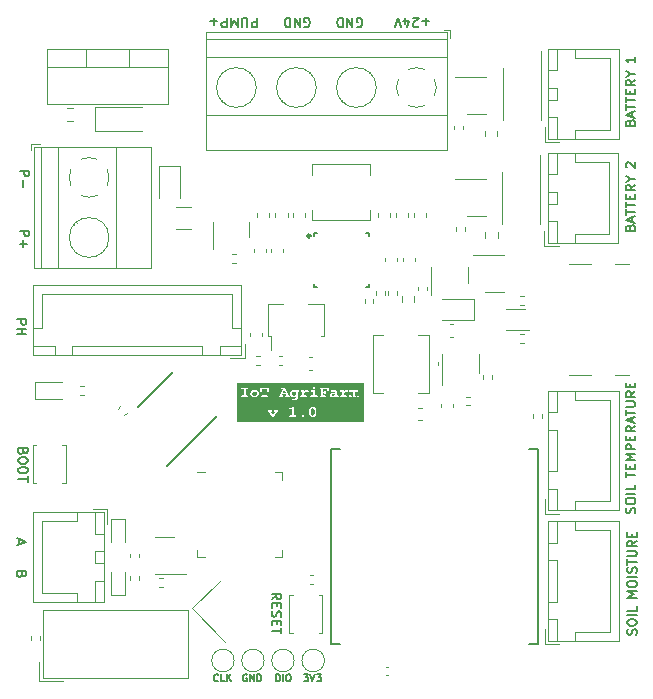
<source format=gbr>
%TF.GenerationSoftware,KiCad,Pcbnew,(7.0.0)*%
%TF.CreationDate,2023-07-04T17:47:27+03:00*%
%TF.ProjectId,IoT_Agrifarm,496f545f-4167-4726-9966-61726d2e6b69,rev?*%
%TF.SameCoordinates,Original*%
%TF.FileFunction,Legend,Top*%
%TF.FilePolarity,Positive*%
%FSLAX46Y46*%
G04 Gerber Fmt 4.6, Leading zero omitted, Abs format (unit mm)*
G04 Created by KiCad (PCBNEW (7.0.0)) date 2023-07-04 17:47:27*
%MOMM*%
%LPD*%
G01*
G04 APERTURE LIST*
%ADD10C,0.200000*%
%ADD11C,0.150000*%
%ADD12C,0.100000*%
%ADD13C,0.120000*%
%ADD14C,0.250000*%
G04 APERTURE END LIST*
D10*
X138858095Y-99326619D02*
X139239047Y-99059952D01*
X138858095Y-98869476D02*
X139658095Y-98869476D01*
X139658095Y-98869476D02*
X139658095Y-99174238D01*
X139658095Y-99174238D02*
X139620000Y-99250428D01*
X139620000Y-99250428D02*
X139581904Y-99288523D01*
X139581904Y-99288523D02*
X139505714Y-99326619D01*
X139505714Y-99326619D02*
X139391428Y-99326619D01*
X139391428Y-99326619D02*
X139315238Y-99288523D01*
X139315238Y-99288523D02*
X139277142Y-99250428D01*
X139277142Y-99250428D02*
X139239047Y-99174238D01*
X139239047Y-99174238D02*
X139239047Y-98869476D01*
X139277142Y-99669476D02*
X139277142Y-99936142D01*
X138858095Y-100050428D02*
X138858095Y-99669476D01*
X138858095Y-99669476D02*
X139658095Y-99669476D01*
X139658095Y-99669476D02*
X139658095Y-100050428D01*
X138896190Y-100355190D02*
X138858095Y-100469476D01*
X138858095Y-100469476D02*
X138858095Y-100659952D01*
X138858095Y-100659952D02*
X138896190Y-100736143D01*
X138896190Y-100736143D02*
X138934285Y-100774238D01*
X138934285Y-100774238D02*
X139010476Y-100812333D01*
X139010476Y-100812333D02*
X139086666Y-100812333D01*
X139086666Y-100812333D02*
X139162857Y-100774238D01*
X139162857Y-100774238D02*
X139200952Y-100736143D01*
X139200952Y-100736143D02*
X139239047Y-100659952D01*
X139239047Y-100659952D02*
X139277142Y-100507571D01*
X139277142Y-100507571D02*
X139315238Y-100431381D01*
X139315238Y-100431381D02*
X139353333Y-100393286D01*
X139353333Y-100393286D02*
X139429523Y-100355190D01*
X139429523Y-100355190D02*
X139505714Y-100355190D01*
X139505714Y-100355190D02*
X139581904Y-100393286D01*
X139581904Y-100393286D02*
X139620000Y-100431381D01*
X139620000Y-100431381D02*
X139658095Y-100507571D01*
X139658095Y-100507571D02*
X139658095Y-100698048D01*
X139658095Y-100698048D02*
X139620000Y-100812333D01*
X139277142Y-101155191D02*
X139277142Y-101421857D01*
X138858095Y-101536143D02*
X138858095Y-101155191D01*
X138858095Y-101155191D02*
X139658095Y-101155191D01*
X139658095Y-101155191D02*
X139658095Y-101536143D01*
X139658095Y-101764715D02*
X139658095Y-102221858D01*
X138858095Y-101993286D02*
X139658095Y-101993286D01*
D11*
G36*
X142334716Y-83169491D02*
G01*
X142346475Y-83170402D01*
X142357714Y-83172095D01*
X142368434Y-83174570D01*
X142378634Y-83177825D01*
X142388315Y-83181863D01*
X142397476Y-83186681D01*
X142406118Y-83192281D01*
X142414240Y-83198662D01*
X142421843Y-83205825D01*
X142428926Y-83213769D01*
X142436675Y-83223920D01*
X142443924Y-83234282D01*
X142450673Y-83244856D01*
X142456923Y-83255642D01*
X142462672Y-83266639D01*
X142467921Y-83277849D01*
X142472671Y-83289270D01*
X142476920Y-83300903D01*
X142480669Y-83312748D01*
X142483919Y-83324804D01*
X142486669Y-83337073D01*
X142488918Y-83349553D01*
X142490668Y-83362245D01*
X142491918Y-83375149D01*
X142492668Y-83388265D01*
X142492918Y-83401592D01*
X142492918Y-83546672D01*
X142492679Y-83560211D01*
X142491964Y-83573474D01*
X142490771Y-83586460D01*
X142489102Y-83599169D01*
X142486955Y-83611602D01*
X142484331Y-83623758D01*
X142481230Y-83635637D01*
X142477653Y-83647239D01*
X142473598Y-83658565D01*
X142469066Y-83669614D01*
X142464057Y-83680387D01*
X142458571Y-83690882D01*
X142452608Y-83701101D01*
X142446168Y-83711044D01*
X142439251Y-83720710D01*
X142431857Y-83730099D01*
X142426700Y-83736014D01*
X142418632Y-83744171D01*
X142410165Y-83751470D01*
X142401299Y-83757910D01*
X142392033Y-83763491D01*
X142382368Y-83768214D01*
X142372304Y-83772078D01*
X142361840Y-83775083D01*
X142350977Y-83777230D01*
X142339715Y-83778518D01*
X142328054Y-83778947D01*
X142319839Y-83778774D01*
X142307968Y-83777862D01*
X142296638Y-83776169D01*
X142285849Y-83773695D01*
X142275601Y-83770439D01*
X142265894Y-83766402D01*
X142256727Y-83761583D01*
X142248102Y-83755983D01*
X142240018Y-83749602D01*
X142232474Y-83742439D01*
X142225472Y-83734495D01*
X142217664Y-83724402D01*
X142210359Y-83714089D01*
X142203559Y-83703557D01*
X142197262Y-83692806D01*
X142191469Y-83681835D01*
X142186179Y-83670645D01*
X142181394Y-83659235D01*
X142177112Y-83647606D01*
X142173334Y-83635757D01*
X142170059Y-83623689D01*
X142167289Y-83611401D01*
X142165022Y-83598894D01*
X142163259Y-83586168D01*
X142161999Y-83573222D01*
X142161244Y-83560057D01*
X142160992Y-83546672D01*
X142160992Y-83401592D01*
X142161230Y-83388053D01*
X142161946Y-83374790D01*
X142163138Y-83361804D01*
X142164808Y-83349095D01*
X142166955Y-83336662D01*
X142169578Y-83324507D01*
X142172679Y-83312627D01*
X142176257Y-83301025D01*
X142180312Y-83289699D01*
X142184844Y-83278650D01*
X142189853Y-83267878D01*
X142195338Y-83257382D01*
X142201301Y-83247163D01*
X142207741Y-83237220D01*
X142214658Y-83227555D01*
X142222053Y-83218166D01*
X142227212Y-83212250D01*
X142235295Y-83204093D01*
X142243790Y-83196794D01*
X142252697Y-83190354D01*
X142262017Y-83184773D01*
X142271748Y-83180050D01*
X142281892Y-83176186D01*
X142292448Y-83173181D01*
X142303416Y-83171034D01*
X142314796Y-83169746D01*
X142326588Y-83169317D01*
X142334716Y-83169491D01*
G37*
G36*
X140736194Y-81755254D02*
G01*
X140750790Y-81756305D01*
X140764983Y-81758259D01*
X140778771Y-81761114D01*
X140792157Y-81764871D01*
X140805138Y-81769529D01*
X140817716Y-81775089D01*
X140829891Y-81781550D01*
X140841661Y-81788913D01*
X140853029Y-81797178D01*
X140863993Y-81806344D01*
X140870943Y-81812798D01*
X140880528Y-81822750D01*
X140889104Y-81833028D01*
X140896671Y-81843632D01*
X140903229Y-81854563D01*
X140908778Y-81865820D01*
X140913318Y-81877404D01*
X140916849Y-81889313D01*
X140919372Y-81901549D01*
X140920885Y-81914112D01*
X140921390Y-81927000D01*
X140921165Y-81935717D01*
X140919988Y-81948505D01*
X140917802Y-81960950D01*
X140914607Y-81973051D01*
X140910403Y-81984809D01*
X140905191Y-81996224D01*
X140898969Y-82007295D01*
X140891738Y-82018023D01*
X140883499Y-82028407D01*
X140874250Y-82038447D01*
X140863993Y-82048145D01*
X140860383Y-82051270D01*
X140849285Y-82060051D01*
X140837783Y-82067940D01*
X140825877Y-82074935D01*
X140813568Y-82081037D01*
X140800856Y-82086247D01*
X140787740Y-82090563D01*
X140774220Y-82093986D01*
X140760297Y-82096516D01*
X140745970Y-82098153D01*
X140736194Y-82098749D01*
X140726240Y-82098947D01*
X140716285Y-82098749D01*
X140701689Y-82097707D01*
X140687497Y-82095772D01*
X140673708Y-82092944D01*
X140660323Y-82089223D01*
X140647341Y-82084609D01*
X140634763Y-82079102D01*
X140622589Y-82072703D01*
X140610818Y-82065410D01*
X140599450Y-82057224D01*
X140588487Y-82048145D01*
X140581536Y-82041718D01*
X140571951Y-82031792D01*
X140563375Y-82021522D01*
X140555808Y-82010909D01*
X140549250Y-81999952D01*
X140543701Y-81988652D01*
X140539161Y-81977009D01*
X140535630Y-81965022D01*
X140533107Y-81952691D01*
X140531594Y-81940018D01*
X140531090Y-81927000D01*
X140531314Y-81918372D01*
X140532491Y-81905701D01*
X140534677Y-81893356D01*
X140537872Y-81881337D01*
X140542076Y-81869645D01*
X140547288Y-81858279D01*
X140553510Y-81847240D01*
X140560741Y-81836526D01*
X140568981Y-81826139D01*
X140578229Y-81816079D01*
X140588487Y-81806344D01*
X140592096Y-81803189D01*
X140603195Y-81794323D01*
X140614696Y-81786359D01*
X140626602Y-81779296D01*
X140638911Y-81773135D01*
X140651623Y-81767876D01*
X140664739Y-81763518D01*
X140678259Y-81760062D01*
X140692182Y-81757508D01*
X140706509Y-81755855D01*
X140716285Y-81755254D01*
X140726240Y-81755053D01*
X140736194Y-81755254D01*
G37*
G36*
X144103215Y-81973908D02*
G01*
X144116781Y-81974109D01*
X144130578Y-81974549D01*
X144144607Y-81975231D01*
X144158868Y-81976152D01*
X144173361Y-81977314D01*
X144183152Y-81978223D01*
X144193045Y-81979238D01*
X144203042Y-81980360D01*
X144213142Y-81981588D01*
X144223345Y-81982924D01*
X144233651Y-81984367D01*
X144244060Y-81985916D01*
X144254572Y-81987572D01*
X144254572Y-82037642D01*
X144248258Y-82041138D01*
X144238579Y-82046210D01*
X144228651Y-82051076D01*
X144218475Y-82055735D01*
X144208049Y-82060189D01*
X144197375Y-82064436D01*
X144186451Y-82068478D01*
X144175278Y-82072313D01*
X144163856Y-82075943D01*
X144152186Y-82079366D01*
X144140266Y-82082583D01*
X144136264Y-82083590D01*
X144124417Y-82086418D01*
X144112806Y-82088959D01*
X144101431Y-82091212D01*
X144090291Y-82093178D01*
X144079389Y-82094856D01*
X144068722Y-82096246D01*
X144058291Y-82097349D01*
X144048097Y-82098164D01*
X144038138Y-82098691D01*
X144025228Y-82098947D01*
X144017848Y-82098874D01*
X144007154Y-82098488D01*
X143996911Y-82097772D01*
X143983954Y-82096302D01*
X143971800Y-82094245D01*
X143960446Y-82091601D01*
X143949894Y-82088368D01*
X143940143Y-82084548D01*
X143931194Y-82080140D01*
X143927877Y-82078163D01*
X143919883Y-82071588D01*
X143914444Y-82063149D01*
X143912632Y-82053518D01*
X143913568Y-82046432D01*
X143918024Y-82036551D01*
X143924765Y-82028119D01*
X143932441Y-82021118D01*
X143941990Y-82014141D01*
X143950978Y-82008577D01*
X143958797Y-82004377D01*
X143970879Y-81998586D01*
X143983386Y-81993404D01*
X143996318Y-81988831D01*
X144009675Y-81984869D01*
X144023458Y-81981515D01*
X144037665Y-81978772D01*
X144047373Y-81977282D01*
X144057269Y-81976062D01*
X144067355Y-81975114D01*
X144077629Y-81974437D01*
X144088093Y-81974030D01*
X144098745Y-81973895D01*
X144103215Y-81973908D01*
G37*
G36*
X137420616Y-81755323D02*
G01*
X137433682Y-81756133D01*
X137446422Y-81757483D01*
X137458835Y-81759373D01*
X137470922Y-81761803D01*
X137482683Y-81764773D01*
X137494118Y-81768283D01*
X137505226Y-81772333D01*
X137516008Y-81776923D01*
X137526464Y-81782054D01*
X137536593Y-81787724D01*
X137546396Y-81793934D01*
X137555873Y-81800684D01*
X137565023Y-81807974D01*
X137573848Y-81815804D01*
X137582346Y-81824174D01*
X137588261Y-81830594D01*
X137596418Y-81840371D01*
X137603717Y-81850323D01*
X137610157Y-81860452D01*
X137615738Y-81870757D01*
X137620461Y-81881237D01*
X137624325Y-81891894D01*
X137627330Y-81902727D01*
X137629477Y-81913736D01*
X137630765Y-81924921D01*
X137631194Y-81936281D01*
X137631131Y-81940013D01*
X137630183Y-81951112D01*
X137628097Y-81962064D01*
X137624873Y-81972870D01*
X137620512Y-81983530D01*
X137615013Y-81994045D01*
X137608376Y-82004413D01*
X137600602Y-82014636D01*
X137591690Y-82024712D01*
X137581640Y-82034643D01*
X137574308Y-82041182D01*
X137566470Y-82047656D01*
X137558292Y-82053867D01*
X137549877Y-82059677D01*
X137541225Y-82065087D01*
X137532337Y-82070096D01*
X137523212Y-82074704D01*
X137513851Y-82078912D01*
X137504253Y-82082718D01*
X137494418Y-82086124D01*
X137484347Y-82089130D01*
X137474039Y-82091734D01*
X137463495Y-82093938D01*
X137452714Y-82095741D01*
X137441696Y-82097144D01*
X137430442Y-82098146D01*
X137418951Y-82098747D01*
X137407224Y-82098947D01*
X137395584Y-82098747D01*
X137384173Y-82098146D01*
X137372991Y-82097144D01*
X137362039Y-82095741D01*
X137351315Y-82093938D01*
X137340820Y-82091734D01*
X137330554Y-82089130D01*
X137320517Y-82086124D01*
X137310709Y-82082718D01*
X137301131Y-82078912D01*
X137291781Y-82074704D01*
X137282660Y-82070096D01*
X137273768Y-82065087D01*
X137265105Y-82059677D01*
X137256671Y-82053867D01*
X137248466Y-82047656D01*
X137240658Y-82041184D01*
X137229890Y-82031361D01*
X137220256Y-82021400D01*
X137211755Y-82011302D01*
X137204387Y-82001067D01*
X137198154Y-81990694D01*
X137193053Y-81980184D01*
X137189086Y-81969537D01*
X137186252Y-81958752D01*
X137184552Y-81947830D01*
X137183986Y-81936770D01*
X137184235Y-81927831D01*
X137185542Y-81914677D01*
X137187970Y-81901828D01*
X137191518Y-81889284D01*
X137196187Y-81877044D01*
X137201977Y-81865109D01*
X137208887Y-81853479D01*
X137216918Y-81842154D01*
X137226069Y-81831134D01*
X137232792Y-81823956D01*
X137240014Y-81816914D01*
X137247733Y-81810008D01*
X137255855Y-81803353D01*
X137264223Y-81797128D01*
X137272837Y-81791332D01*
X137281698Y-81785965D01*
X137290805Y-81781028D01*
X137300157Y-81776520D01*
X137309756Y-81772441D01*
X137319601Y-81768792D01*
X137329693Y-81765572D01*
X137340030Y-81762781D01*
X137350614Y-81760420D01*
X137361443Y-81758488D01*
X137372519Y-81756985D01*
X137383841Y-81755912D01*
X137395409Y-81755268D01*
X137407224Y-81755053D01*
X137420616Y-81755323D01*
G37*
G36*
X140040650Y-81848842D02*
G01*
X139813260Y-81848842D01*
X139927321Y-81606798D01*
X140040650Y-81848842D01*
G37*
G36*
X146634013Y-84287488D02*
G01*
X135891669Y-84287488D01*
X135891669Y-83380343D01*
X138544000Y-83380343D01*
X138544083Y-83384235D01*
X138545343Y-83395349D01*
X138548113Y-83405621D01*
X138552395Y-83415052D01*
X138558188Y-83423642D01*
X138565493Y-83431390D01*
X138572995Y-83436948D01*
X138581917Y-83441565D01*
X138592258Y-83445239D01*
X138604018Y-83447971D01*
X138614448Y-83449479D01*
X138625787Y-83450383D01*
X138638033Y-83450685D01*
X138658061Y-83450685D01*
X138893755Y-83904000D01*
X139040545Y-83904000D01*
X139276240Y-83450685D01*
X139299687Y-83450685D01*
X139308955Y-83450515D01*
X139320510Y-83449761D01*
X139331150Y-83448405D01*
X139343162Y-83445861D01*
X139353743Y-83442375D01*
X139362892Y-83437947D01*
X139371983Y-83431390D01*
X139374615Y-83428900D01*
X139381493Y-83420872D01*
X139386842Y-83412002D01*
X139390664Y-83402290D01*
X139392956Y-83391737D01*
X139393720Y-83380343D01*
X139393635Y-83376452D01*
X139392362Y-83365352D01*
X139389560Y-83355111D01*
X139385229Y-83345729D01*
X139379370Y-83337205D01*
X139371983Y-83329540D01*
X139364551Y-83323911D01*
X139355687Y-83319236D01*
X139345393Y-83315515D01*
X139333667Y-83312749D01*
X139323256Y-83311222D01*
X139311930Y-83310306D01*
X139299687Y-83310001D01*
X139106491Y-83310001D01*
X139097221Y-83310173D01*
X139085655Y-83310936D01*
X139074998Y-83312310D01*
X139062954Y-83314886D01*
X139052330Y-83318416D01*
X139043124Y-83322900D01*
X139033951Y-83329540D01*
X139031348Y-83332000D01*
X139024547Y-83339951D01*
X139019258Y-83348761D01*
X139015480Y-83358430D01*
X139013213Y-83368957D01*
X139012457Y-83380343D01*
X139012992Y-83388147D01*
X139015162Y-83397699D01*
X139019002Y-83407024D01*
X139024512Y-83416122D01*
X139031691Y-83424993D01*
X139038637Y-83431928D01*
X139046651Y-83438717D01*
X139054030Y-83442784D01*
X139064260Y-83446010D01*
X139074962Y-83448055D01*
X139084949Y-83449271D01*
X139096203Y-83450112D01*
X139108725Y-83450580D01*
X139118947Y-83450685D01*
X138967272Y-83738159D01*
X138813888Y-83450685D01*
X138820873Y-83450634D01*
X138833886Y-83450230D01*
X138845625Y-83449421D01*
X138856089Y-83448207D01*
X138867377Y-83446121D01*
X138878294Y-83442784D01*
X138887405Y-83437740D01*
X138891398Y-83434482D01*
X138898611Y-83427834D01*
X138906178Y-83419277D01*
X138912135Y-83410446D01*
X138916482Y-83401340D01*
X138919219Y-83391961D01*
X138920378Y-83380343D01*
X138920293Y-83376452D01*
X138919019Y-83365352D01*
X138916217Y-83355111D01*
X138911886Y-83345729D01*
X138906028Y-83337205D01*
X138898640Y-83329540D01*
X138891226Y-83323911D01*
X138882416Y-83319236D01*
X138872211Y-83315515D01*
X138860611Y-83312749D01*
X138850326Y-83311222D01*
X138839148Y-83310306D01*
X138827077Y-83310001D01*
X138638033Y-83310001D01*
X138628763Y-83310173D01*
X138617198Y-83310936D01*
X138606541Y-83312310D01*
X138594497Y-83314886D01*
X138583872Y-83318416D01*
X138574666Y-83322900D01*
X138565493Y-83329540D01*
X138562890Y-83332000D01*
X138556090Y-83339951D01*
X138550800Y-83348761D01*
X138547022Y-83358430D01*
X138544755Y-83368957D01*
X138544000Y-83380343D01*
X135891669Y-83380343D01*
X135891669Y-83186414D01*
X140340406Y-83186414D01*
X140340482Y-83190405D01*
X140341627Y-83201908D01*
X140344146Y-83212707D01*
X140348038Y-83222802D01*
X140353305Y-83232193D01*
X140359945Y-83240880D01*
X140367530Y-83248434D01*
X140375630Y-83254424D01*
X140385731Y-83259438D01*
X140396534Y-83262325D01*
X140406351Y-83263106D01*
X140411453Y-83262898D01*
X140421154Y-83261695D01*
X140431195Y-83259767D01*
X140440955Y-83257463D01*
X140451780Y-83254558D01*
X140577565Y-83220120D01*
X140577565Y-83763316D01*
X140435172Y-83763316D01*
X140425902Y-83763487D01*
X140414337Y-83764251D01*
X140403680Y-83765624D01*
X140391636Y-83768200D01*
X140381011Y-83771731D01*
X140371805Y-83776215D01*
X140362632Y-83782855D01*
X140360029Y-83785315D01*
X140353228Y-83793266D01*
X140347939Y-83802076D01*
X140344161Y-83811744D01*
X140341894Y-83822272D01*
X140341138Y-83833658D01*
X140341222Y-83837549D01*
X140342482Y-83848663D01*
X140345252Y-83858936D01*
X140349534Y-83868367D01*
X140355327Y-83876956D01*
X140362632Y-83884704D01*
X140370134Y-83890263D01*
X140379056Y-83894880D01*
X140389397Y-83898554D01*
X140401157Y-83901286D01*
X140411587Y-83902794D01*
X140422925Y-83903698D01*
X140435172Y-83904000D01*
X140860399Y-83904000D01*
X140869710Y-83903830D01*
X140881317Y-83903076D01*
X140892001Y-83901720D01*
X140904057Y-83899176D01*
X140914670Y-83895690D01*
X140923840Y-83891262D01*
X140932939Y-83884704D01*
X140935571Y-83882215D01*
X140942449Y-83874187D01*
X140947798Y-83865317D01*
X140951620Y-83855605D01*
X140953912Y-83845052D01*
X140954676Y-83833658D01*
X140954591Y-83829767D01*
X140954141Y-83825842D01*
X141382590Y-83825842D01*
X141382700Y-83830797D01*
X141383934Y-83842735D01*
X141386540Y-83854029D01*
X141390517Y-83864679D01*
X141395866Y-83874685D01*
X141402586Y-83884046D01*
X141410678Y-83892764D01*
X141416175Y-83897566D01*
X141426157Y-83904519D01*
X141434881Y-83909136D01*
X141444261Y-83912914D01*
X141454298Y-83915853D01*
X141464991Y-83917952D01*
X141476341Y-83919211D01*
X141488347Y-83919631D01*
X141494431Y-83919526D01*
X141506101Y-83918687D01*
X141517108Y-83917007D01*
X141527450Y-83914489D01*
X141537128Y-83911130D01*
X141546142Y-83906932D01*
X141556476Y-83900504D01*
X141565772Y-83892764D01*
X141570835Y-83887611D01*
X141578167Y-83878507D01*
X141584116Y-83868758D01*
X141588681Y-83858366D01*
X141591863Y-83847330D01*
X141593661Y-83835650D01*
X141594104Y-83825842D01*
X141593994Y-83820886D01*
X141592748Y-83808948D01*
X141590120Y-83797655D01*
X141586108Y-83787005D01*
X141580713Y-83776999D01*
X141573934Y-83767637D01*
X141565772Y-83758919D01*
X141560319Y-83754118D01*
X141550400Y-83747165D01*
X141541718Y-83742547D01*
X141532372Y-83738769D01*
X141522362Y-83735831D01*
X141511687Y-83733732D01*
X141500349Y-83732472D01*
X141488347Y-83732053D01*
X141482262Y-83732157D01*
X141470584Y-83732997D01*
X141459563Y-83734676D01*
X141449198Y-83737195D01*
X141439489Y-83740553D01*
X141430437Y-83744751D01*
X141420044Y-83751179D01*
X141410678Y-83758919D01*
X141405658Y-83764073D01*
X141398389Y-83773177D01*
X141392492Y-83782925D01*
X141387966Y-83793317D01*
X141384812Y-83804354D01*
X141383029Y-83816034D01*
X141382590Y-83825842D01*
X140954141Y-83825842D01*
X140953318Y-83818667D01*
X140950516Y-83808426D01*
X140946185Y-83799044D01*
X140940326Y-83790520D01*
X140932939Y-83782855D01*
X140925501Y-83777226D01*
X140916619Y-83772551D01*
X140906295Y-83768830D01*
X140894528Y-83766063D01*
X140884075Y-83764537D01*
X140872699Y-83763621D01*
X140860399Y-83763316D01*
X140718249Y-83763316D01*
X140718249Y-83547893D01*
X142020308Y-83547893D01*
X142020513Y-83561312D01*
X142021128Y-83574642D01*
X142022154Y-83587882D01*
X142023590Y-83601032D01*
X142025436Y-83614092D01*
X142027692Y-83627062D01*
X142030359Y-83639943D01*
X142033436Y-83652735D01*
X142036923Y-83665436D01*
X142040821Y-83678048D01*
X142045128Y-83690570D01*
X142049846Y-83703003D01*
X142054974Y-83715346D01*
X142060513Y-83727599D01*
X142066461Y-83739762D01*
X142072820Y-83751836D01*
X142076108Y-83757792D01*
X142082720Y-83769349D01*
X142089379Y-83780436D01*
X142096086Y-83791051D01*
X142102841Y-83801194D01*
X142109644Y-83810867D01*
X142116494Y-83820068D01*
X142123392Y-83828798D01*
X142130338Y-83837056D01*
X142137331Y-83844843D01*
X142144372Y-83852159D01*
X142151461Y-83859004D01*
X142162183Y-83868387D01*
X142173013Y-83876709D01*
X142183951Y-83883972D01*
X142187655Y-83886165D01*
X142199078Y-83892329D01*
X142210965Y-83897866D01*
X142223316Y-83902776D01*
X142236130Y-83907060D01*
X142249408Y-83910716D01*
X142263149Y-83913746D01*
X142277354Y-83916149D01*
X142287082Y-83917402D01*
X142297016Y-83918377D01*
X142307156Y-83919074D01*
X142317502Y-83919492D01*
X142328054Y-83919631D01*
X142346228Y-83919162D01*
X142363870Y-83917753D01*
X142380979Y-83915406D01*
X142397556Y-83912121D01*
X142413601Y-83907896D01*
X142429113Y-83902732D01*
X142444093Y-83896630D01*
X142458541Y-83889589D01*
X142472456Y-83881609D01*
X142485839Y-83872691D01*
X142498689Y-83862833D01*
X142511007Y-83852037D01*
X142522793Y-83840302D01*
X142534046Y-83827628D01*
X142544767Y-83814015D01*
X142554956Y-83799464D01*
X142564568Y-83784399D01*
X142573560Y-83769246D01*
X142581932Y-83754006D01*
X142589684Y-83738678D01*
X142596816Y-83723262D01*
X142603327Y-83707758D01*
X142609218Y-83692167D01*
X142614490Y-83676487D01*
X142619141Y-83660720D01*
X142623172Y-83644865D01*
X142626583Y-83628923D01*
X142629373Y-83612893D01*
X142631544Y-83596774D01*
X142633094Y-83580569D01*
X142634024Y-83564275D01*
X142634334Y-83547893D01*
X142634334Y-83400371D01*
X142634126Y-83386863D01*
X142633503Y-83373451D01*
X142632463Y-83360134D01*
X142631007Y-83346912D01*
X142629135Y-83333786D01*
X142626847Y-83320755D01*
X142624143Y-83307820D01*
X142621023Y-83294980D01*
X142617487Y-83282235D01*
X142613536Y-83269586D01*
X142609168Y-83257033D01*
X142604384Y-83244574D01*
X142599184Y-83232211D01*
X142593569Y-83219944D01*
X142587537Y-83207772D01*
X142581090Y-83195695D01*
X142577756Y-83189740D01*
X142571057Y-83178186D01*
X142564313Y-83167108D01*
X142557526Y-83156504D01*
X142550695Y-83146376D01*
X142543820Y-83136722D01*
X142536901Y-83127544D01*
X142529938Y-83118841D01*
X142522931Y-83110613D01*
X142515881Y-83102860D01*
X142508786Y-83095583D01*
X142501648Y-83088780D01*
X142490858Y-83079467D01*
X142479969Y-83071223D01*
X142468982Y-83064048D01*
X142457764Y-83057719D01*
X142446090Y-83052013D01*
X142433961Y-83046929D01*
X142421378Y-83042467D01*
X142408339Y-83038628D01*
X142394845Y-83035412D01*
X142380896Y-83032818D01*
X142366492Y-83030847D01*
X142356636Y-83029878D01*
X142346578Y-83029186D01*
X142336318Y-83028771D01*
X142325856Y-83028633D01*
X142307683Y-83029104D01*
X142290044Y-83030518D01*
X142272939Y-83032875D01*
X142256369Y-83036174D01*
X142240333Y-83040416D01*
X142224831Y-83045600D01*
X142209863Y-83051727D01*
X142195430Y-83058797D01*
X142181531Y-83066809D01*
X142168166Y-83075764D01*
X142155336Y-83085662D01*
X142143040Y-83096502D01*
X142131278Y-83108285D01*
X142120051Y-83121010D01*
X142109357Y-83134678D01*
X142099198Y-83149289D01*
X142089645Y-83164381D01*
X142080708Y-83179552D01*
X142072388Y-83194804D01*
X142064684Y-83210136D01*
X142057596Y-83225548D01*
X142051125Y-83241040D01*
X142045269Y-83256613D01*
X142040031Y-83272265D01*
X142035408Y-83287998D01*
X142031402Y-83303811D01*
X142028012Y-83319704D01*
X142025239Y-83335677D01*
X142023081Y-83351730D01*
X142021541Y-83367864D01*
X142020616Y-83384077D01*
X142020308Y-83400371D01*
X142020308Y-83546672D01*
X142020308Y-83547893D01*
X140718249Y-83547893D01*
X140718249Y-83028633D01*
X140415388Y-83110454D01*
X140412534Y-83111267D01*
X140401738Y-83114595D01*
X140391934Y-83118045D01*
X140381074Y-83122529D01*
X140371765Y-83127204D01*
X140362640Y-83133066D01*
X140354816Y-83140252D01*
X140349919Y-83147010D01*
X140345486Y-83156001D01*
X140342432Y-83166184D01*
X140340912Y-83175861D01*
X140340406Y-83186414D01*
X135891669Y-83186414D01*
X135891669Y-82153658D01*
X136259526Y-82153658D01*
X136259610Y-82157549D01*
X136260870Y-82168663D01*
X136263640Y-82178936D01*
X136267922Y-82188367D01*
X136273715Y-82196956D01*
X136281020Y-82204704D01*
X136288522Y-82210263D01*
X136297444Y-82214880D01*
X136307785Y-82218554D01*
X136319545Y-82221286D01*
X136329975Y-82222794D01*
X136341313Y-82223698D01*
X136353560Y-82224000D01*
X136778787Y-82224000D01*
X136788055Y-82223830D01*
X136799610Y-82223076D01*
X136810250Y-82221720D01*
X136822262Y-82219176D01*
X136832843Y-82215690D01*
X136841992Y-82211262D01*
X136851083Y-82204704D01*
X136853715Y-82202215D01*
X136860593Y-82194187D01*
X136865942Y-82185317D01*
X136869763Y-82175605D01*
X136872056Y-82165052D01*
X136872820Y-82153658D01*
X136872735Y-82149767D01*
X136871462Y-82138667D01*
X136868659Y-82128426D01*
X136864329Y-82119044D01*
X136858470Y-82110520D01*
X136851083Y-82102855D01*
X136843650Y-82097226D01*
X136834787Y-82092551D01*
X136824493Y-82088830D01*
X136812767Y-82086063D01*
X136802356Y-82084537D01*
X136791029Y-82083621D01*
X136778787Y-82083316D01*
X136636637Y-82083316D01*
X136636637Y-81934816D01*
X137043302Y-81934816D01*
X137043338Y-81936770D01*
X137043481Y-81944561D01*
X137044423Y-81959085D01*
X137046172Y-81973498D01*
X137048727Y-81987799D01*
X137052091Y-82001988D01*
X137054781Y-82011386D01*
X137057830Y-82020734D01*
X137061238Y-82030033D01*
X137065005Y-82039281D01*
X137069130Y-82048480D01*
X137073614Y-82057630D01*
X137078457Y-82066730D01*
X137083659Y-82075780D01*
X137089219Y-82084781D01*
X137095153Y-82093610D01*
X137101412Y-82102206D01*
X137107998Y-82110570D01*
X137114911Y-82118700D01*
X137122149Y-82126598D01*
X137129714Y-82134263D01*
X137137605Y-82141695D01*
X137145823Y-82148895D01*
X137154366Y-82155861D01*
X137163236Y-82162595D01*
X137172433Y-82169096D01*
X137181955Y-82175365D01*
X137191804Y-82181400D01*
X137201979Y-82187203D01*
X137212481Y-82192773D01*
X137223309Y-82198110D01*
X137234332Y-82203138D01*
X137245420Y-82207841D01*
X137256573Y-82212221D01*
X137267791Y-82216275D01*
X137279074Y-82220006D01*
X137290422Y-82223412D01*
X137301835Y-82226493D01*
X137313312Y-82229251D01*
X137324855Y-82231684D01*
X137336462Y-82233792D01*
X137348134Y-82235576D01*
X137359871Y-82237036D01*
X137371673Y-82238171D01*
X137383540Y-82238982D01*
X137395471Y-82239469D01*
X137407468Y-82239631D01*
X137419527Y-82239466D01*
X137431526Y-82238971D01*
X137443463Y-82238146D01*
X137455339Y-82236990D01*
X137467155Y-82235505D01*
X137478909Y-82233689D01*
X137490602Y-82231543D01*
X137502234Y-82229068D01*
X137513805Y-82226262D01*
X137525315Y-82223126D01*
X137536764Y-82219659D01*
X137548152Y-82215863D01*
X137559478Y-82211737D01*
X137570744Y-82207280D01*
X137581949Y-82202494D01*
X137593092Y-82197377D01*
X137604063Y-82191982D01*
X137614689Y-82186359D01*
X137624969Y-82180510D01*
X137634904Y-82174433D01*
X137644493Y-82168130D01*
X137653737Y-82161599D01*
X137662636Y-82154842D01*
X137671189Y-82147857D01*
X137679397Y-82140645D01*
X137687259Y-82133206D01*
X137694777Y-82125540D01*
X137701948Y-82117647D01*
X137708775Y-82109527D01*
X137715256Y-82101180D01*
X137721391Y-82092605D01*
X137727182Y-82083804D01*
X137729947Y-82079327D01*
X137735213Y-82070345D01*
X137740128Y-82061327D01*
X137744693Y-82052273D01*
X137748906Y-82043183D01*
X137752768Y-82034056D01*
X137757903Y-82020298D01*
X137762248Y-82006459D01*
X137765803Y-81992537D01*
X137768567Y-81978535D01*
X137770542Y-81964450D01*
X137771727Y-81950285D01*
X137772122Y-81936037D01*
X137771945Y-81926040D01*
X137771412Y-81916078D01*
X137770525Y-81906150D01*
X137769283Y-81896256D01*
X137767686Y-81886397D01*
X137765734Y-81876572D01*
X137763427Y-81866781D01*
X137760765Y-81857025D01*
X137757748Y-81847303D01*
X137754377Y-81837615D01*
X137750650Y-81827962D01*
X137746568Y-81818343D01*
X137742132Y-81808758D01*
X137737341Y-81799208D01*
X137732194Y-81789692D01*
X137726693Y-81780210D01*
X137720873Y-81770836D01*
X137714710Y-81761705D01*
X137708203Y-81752816D01*
X137701353Y-81744169D01*
X137694159Y-81735765D01*
X137686622Y-81727603D01*
X137678741Y-81719683D01*
X137670517Y-81712005D01*
X137661950Y-81704570D01*
X137653039Y-81697378D01*
X137643784Y-81690427D01*
X137634186Y-81683719D01*
X137624245Y-81677253D01*
X137613960Y-81671030D01*
X137603331Y-81665049D01*
X137592360Y-81659310D01*
X137581219Y-81653868D01*
X137570023Y-81648777D01*
X137558771Y-81644037D01*
X137547465Y-81639648D01*
X137536103Y-81635611D01*
X137524685Y-81631924D01*
X137513212Y-81628589D01*
X137501684Y-81625605D01*
X137490101Y-81622971D01*
X137478462Y-81620689D01*
X137466768Y-81618758D01*
X137455019Y-81617178D01*
X137443214Y-81615949D01*
X137431354Y-81615072D01*
X137419439Y-81614545D01*
X137407468Y-81614369D01*
X137395561Y-81614541D01*
X137383715Y-81615056D01*
X137371930Y-81615915D01*
X137360207Y-81617117D01*
X137348544Y-81618663D01*
X137336943Y-81620552D01*
X137325402Y-81622784D01*
X137313923Y-81625360D01*
X137302504Y-81628280D01*
X137291147Y-81631543D01*
X137279851Y-81635149D01*
X137268616Y-81639099D01*
X137257442Y-81643392D01*
X137246329Y-81648029D01*
X137235277Y-81653009D01*
X137224286Y-81658333D01*
X137213485Y-81663955D01*
X137203006Y-81669832D01*
X137192847Y-81675961D01*
X137183009Y-81682345D01*
X137173491Y-81688983D01*
X137164293Y-81695874D01*
X137155417Y-81703019D01*
X137146861Y-81710418D01*
X137138625Y-81718070D01*
X137130710Y-81725977D01*
X137123116Y-81734137D01*
X137115842Y-81742551D01*
X137108889Y-81751219D01*
X137102256Y-81760140D01*
X137095944Y-81769316D01*
X137089952Y-81778745D01*
X137084303Y-81788313D01*
X137079018Y-81797906D01*
X137074098Y-81807524D01*
X137069543Y-81817167D01*
X137065351Y-81826835D01*
X137061524Y-81836527D01*
X137058062Y-81846245D01*
X137054964Y-81855987D01*
X137052231Y-81865753D01*
X137049862Y-81875545D01*
X137047857Y-81885362D01*
X137046217Y-81895203D01*
X137044942Y-81905069D01*
X137044031Y-81914960D01*
X137043484Y-81924875D01*
X137043302Y-81934816D01*
X136636637Y-81934816D01*
X136636637Y-81567475D01*
X136778787Y-81567475D01*
X136788055Y-81567305D01*
X136799610Y-81566551D01*
X136810250Y-81565195D01*
X136822262Y-81562651D01*
X136832843Y-81559165D01*
X136841992Y-81554737D01*
X136851083Y-81548180D01*
X136853715Y-81545690D01*
X136860593Y-81537662D01*
X136865942Y-81528792D01*
X136869763Y-81519080D01*
X136872056Y-81508527D01*
X136872820Y-81497133D01*
X136872735Y-81493242D01*
X136871462Y-81482142D01*
X136868659Y-81471901D01*
X136864329Y-81462519D01*
X136858470Y-81453995D01*
X136851083Y-81446330D01*
X136843650Y-81440701D01*
X136834787Y-81436026D01*
X136824493Y-81432305D01*
X136812767Y-81429539D01*
X136802356Y-81428012D01*
X136791029Y-81427096D01*
X136778787Y-81426791D01*
X137880810Y-81426791D01*
X137880810Y-81708159D01*
X137880982Y-81717385D01*
X137881745Y-81728899D01*
X137883119Y-81739512D01*
X137885695Y-81751512D01*
X137889225Y-81762104D01*
X137893709Y-81771290D01*
X137900350Y-81780454D01*
X137902837Y-81783057D01*
X137910837Y-81789858D01*
X137919644Y-81795147D01*
X137929258Y-81798925D01*
X137939680Y-81801192D01*
X137950908Y-81801948D01*
X137954800Y-81801864D01*
X137965914Y-81800605D01*
X137976186Y-81797834D01*
X137985617Y-81793552D01*
X137994207Y-81787759D01*
X138001955Y-81780454D01*
X138007584Y-81772958D01*
X138012259Y-81764054D01*
X138015980Y-81753743D01*
X138018747Y-81742024D01*
X138020273Y-81731636D01*
X138021189Y-81720348D01*
X138021494Y-81708159D01*
X138021494Y-81567475D01*
X138174146Y-81567475D01*
X138174146Y-82083316D01*
X138079868Y-82083316D01*
X138070598Y-82083487D01*
X138059033Y-82084251D01*
X138048376Y-82085624D01*
X138036332Y-82088200D01*
X138025707Y-82091731D01*
X138016502Y-82096215D01*
X138007328Y-82102855D01*
X138004725Y-82105315D01*
X137997925Y-82113266D01*
X137992635Y-82122076D01*
X137988857Y-82131744D01*
X137986590Y-82142272D01*
X137985835Y-82153658D01*
X137985919Y-82157549D01*
X137987178Y-82168663D01*
X137989949Y-82178936D01*
X137994231Y-82188367D01*
X138000024Y-82196956D01*
X138007328Y-82204704D01*
X138014831Y-82210263D01*
X138023753Y-82214880D01*
X138034094Y-82218554D01*
X138045854Y-82221286D01*
X138056284Y-82222794D01*
X138067622Y-82223698D01*
X138079868Y-82224000D01*
X138409596Y-82224000D01*
X138418866Y-82223830D01*
X138430431Y-82223076D01*
X138441088Y-82221720D01*
X138453132Y-82219176D01*
X138463757Y-82215690D01*
X138472963Y-82211262D01*
X138482136Y-82204704D01*
X138484769Y-82202215D01*
X138491646Y-82194187D01*
X138496996Y-82185317D01*
X138500817Y-82175605D01*
X138503110Y-82165052D01*
X138503874Y-82153658D01*
X139473274Y-82153658D01*
X139473359Y-82157549D01*
X139474632Y-82168663D01*
X139477434Y-82178936D01*
X139481765Y-82188367D01*
X139487624Y-82196956D01*
X139495011Y-82204704D01*
X139502444Y-82210263D01*
X139511307Y-82214880D01*
X139521601Y-82218554D01*
X139533327Y-82221286D01*
X139543738Y-82222794D01*
X139555065Y-82223698D01*
X139567307Y-82224000D01*
X139756840Y-82224000D01*
X139766110Y-82223830D01*
X139777675Y-82223076D01*
X139788332Y-82221720D01*
X139800376Y-82219176D01*
X139811001Y-82215690D01*
X139820206Y-82211262D01*
X139829380Y-82204704D01*
X139832012Y-82202215D01*
X139838890Y-82194187D01*
X139844240Y-82185317D01*
X139848061Y-82175605D01*
X139850353Y-82165052D01*
X139851117Y-82153658D01*
X139851033Y-82149767D01*
X139849759Y-82138667D01*
X139846957Y-82128426D01*
X139842626Y-82119044D01*
X139836767Y-82110520D01*
X139829380Y-82102855D01*
X139821877Y-82097226D01*
X139812955Y-82092551D01*
X139802614Y-82088830D01*
X139790854Y-82086063D01*
X139780424Y-82084537D01*
X139769086Y-82083621D01*
X139756840Y-82083316D01*
X139722646Y-82083316D01*
X139756840Y-81989526D01*
X140099024Y-81989526D01*
X140132729Y-82083316D01*
X140098291Y-82083316D01*
X140089021Y-82083487D01*
X140077456Y-82084251D01*
X140066799Y-82085624D01*
X140054755Y-82088200D01*
X140044130Y-82091731D01*
X140034924Y-82096215D01*
X140025751Y-82102855D01*
X140023148Y-82105315D01*
X140016348Y-82113266D01*
X140011058Y-82122076D01*
X140007280Y-82131744D01*
X140005013Y-82142272D01*
X140004258Y-82153658D01*
X140004342Y-82157549D01*
X140005601Y-82168663D01*
X140008372Y-82178936D01*
X140012654Y-82188367D01*
X140018447Y-82196956D01*
X140025751Y-82204704D01*
X140033254Y-82210263D01*
X140042175Y-82214880D01*
X140052516Y-82218554D01*
X140064277Y-82221286D01*
X140074706Y-82222794D01*
X140086045Y-82223698D01*
X140098291Y-82224000D01*
X140287824Y-82224000D01*
X140297089Y-82223830D01*
X140308636Y-82223076D01*
X140319258Y-82221720D01*
X140331238Y-82219176D01*
X140341774Y-82215690D01*
X140350868Y-82211262D01*
X140359875Y-82204704D01*
X140362478Y-82202215D01*
X140369279Y-82194187D01*
X140374568Y-82185317D01*
X140378346Y-82175605D01*
X140380613Y-82165052D01*
X140381369Y-82153658D01*
X140381246Y-82149740D01*
X140379399Y-82138240D01*
X140376169Y-82128945D01*
X140371400Y-82119912D01*
X140365092Y-82111142D01*
X140357246Y-82102634D01*
X140349861Y-82096016D01*
X140347745Y-82094478D01*
X140338265Y-82089877D01*
X140327572Y-82086900D01*
X140316850Y-82085102D01*
X140307088Y-82084109D01*
X140296273Y-82083514D01*
X140284404Y-82083316D01*
X140217806Y-81927244D01*
X140390406Y-81927244D01*
X140390783Y-81943627D01*
X140391917Y-81959679D01*
X140393806Y-81975401D01*
X140396451Y-81990793D01*
X140399851Y-82005855D01*
X140404007Y-82020587D01*
X140408918Y-82034989D01*
X140414586Y-82049061D01*
X140421009Y-82062802D01*
X140428187Y-82076213D01*
X140436121Y-82089295D01*
X140444811Y-82102046D01*
X140454256Y-82114467D01*
X140464457Y-82126558D01*
X140475414Y-82138319D01*
X140487126Y-82149750D01*
X140499429Y-82160634D01*
X140512096Y-82170816D01*
X140525128Y-82180295D01*
X140538524Y-82189073D01*
X140552284Y-82197148D01*
X140566409Y-82204521D01*
X140580899Y-82211192D01*
X140595753Y-82217161D01*
X140610971Y-82222427D01*
X140626554Y-82226991D01*
X140642501Y-82230854D01*
X140658813Y-82234013D01*
X140675490Y-82236471D01*
X140692530Y-82238227D01*
X140709935Y-82239280D01*
X140727705Y-82239631D01*
X140740367Y-82239394D01*
X140752954Y-82238685D01*
X140765463Y-82237502D01*
X140777897Y-82235845D01*
X140790254Y-82233716D01*
X140802535Y-82231113D01*
X140814739Y-82228037D01*
X140826868Y-82224488D01*
X140835964Y-82221561D01*
X140848039Y-82217245D01*
X140860052Y-82212456D01*
X140869022Y-82208553D01*
X140877958Y-82204384D01*
X140886860Y-82199949D01*
X140895727Y-82195248D01*
X140904560Y-82190281D01*
X140913358Y-82185047D01*
X140922122Y-82179547D01*
X140922122Y-82240120D01*
X140921561Y-82251649D01*
X140919878Y-82262666D01*
X140917073Y-82273172D01*
X140913146Y-82283167D01*
X140908097Y-82292651D01*
X140901926Y-82301623D01*
X140894634Y-82310084D01*
X140886219Y-82318033D01*
X140881649Y-82321789D01*
X140871833Y-82328575D01*
X140861117Y-82334391D01*
X140849500Y-82339237D01*
X140840196Y-82342236D01*
X140830386Y-82344690D01*
X140820069Y-82346598D01*
X140809246Y-82347961D01*
X140797916Y-82348779D01*
X140786079Y-82349052D01*
X140630741Y-82349052D01*
X140621471Y-82349224D01*
X140609905Y-82349987D01*
X140599248Y-82351361D01*
X140587204Y-82353937D01*
X140576580Y-82357467D01*
X140567374Y-82361951D01*
X140558200Y-82368591D01*
X140555598Y-82371080D01*
X140548797Y-82379109D01*
X140543508Y-82387979D01*
X140539730Y-82397691D01*
X140537463Y-82408244D01*
X140536707Y-82419638D01*
X140536791Y-82423471D01*
X140538050Y-82434430D01*
X140540821Y-82444582D01*
X140545103Y-82453927D01*
X140550896Y-82462465D01*
X140558200Y-82470196D01*
X140565703Y-82475825D01*
X140574625Y-82480500D01*
X140584966Y-82484221D01*
X140596726Y-82486988D01*
X140607156Y-82488515D01*
X140618494Y-82489430D01*
X140630741Y-82489736D01*
X140790231Y-82489736D01*
X140795268Y-82489700D01*
X140805246Y-82489412D01*
X140815096Y-82488835D01*
X140829631Y-82487431D01*
X140843878Y-82485378D01*
X140857838Y-82482677D01*
X140871510Y-82479327D01*
X140884894Y-82475329D01*
X140897991Y-82470683D01*
X140910800Y-82465389D01*
X140923322Y-82459446D01*
X140935556Y-82452855D01*
X140943516Y-82448189D01*
X140954965Y-82440978D01*
X140965827Y-82433514D01*
X140976100Y-82425797D01*
X140985785Y-82417826D01*
X140994882Y-82409602D01*
X141003390Y-82401125D01*
X141011311Y-82392395D01*
X141018643Y-82383411D01*
X141025387Y-82374174D01*
X141031543Y-82364683D01*
X141035329Y-82358234D01*
X141040550Y-82348302D01*
X141045221Y-82338061D01*
X141049342Y-82327511D01*
X141052914Y-82316651D01*
X141055937Y-82305483D01*
X141058410Y-82294006D01*
X141060333Y-82282219D01*
X141061707Y-82270123D01*
X141062531Y-82257718D01*
X141062806Y-82245004D01*
X141062806Y-82153658D01*
X141259422Y-82153658D01*
X141259506Y-82157549D01*
X141260765Y-82168663D01*
X141263536Y-82178936D01*
X141267818Y-82188367D01*
X141273611Y-82196956D01*
X141280915Y-82204704D01*
X141288418Y-82210263D01*
X141297339Y-82214880D01*
X141307680Y-82218554D01*
X141319441Y-82221286D01*
X141329870Y-82222794D01*
X141341209Y-82223698D01*
X141353455Y-82224000D01*
X141778682Y-82224000D01*
X141787950Y-82223830D01*
X141799506Y-82223076D01*
X141810145Y-82221720D01*
X141822157Y-82219176D01*
X141832738Y-82215690D01*
X141841887Y-82211262D01*
X141850978Y-82204704D01*
X141853610Y-82202215D01*
X141860488Y-82194187D01*
X141865838Y-82185317D01*
X141869659Y-82175605D01*
X141871951Y-82165052D01*
X141872715Y-82153658D01*
X142113295Y-82153658D01*
X142113379Y-82157549D01*
X142114638Y-82168663D01*
X142117409Y-82178936D01*
X142121691Y-82188367D01*
X142127484Y-82196956D01*
X142134788Y-82204704D01*
X142142291Y-82210263D01*
X142151212Y-82214880D01*
X142161553Y-82218554D01*
X142173314Y-82221286D01*
X142183743Y-82222794D01*
X142195082Y-82223698D01*
X142207328Y-82224000D01*
X142686288Y-82224000D01*
X142695556Y-82223830D01*
X142707112Y-82223076D01*
X142717752Y-82221720D01*
X142729764Y-82219176D01*
X142740344Y-82215690D01*
X142749494Y-82211262D01*
X142758584Y-82204704D01*
X142761217Y-82202215D01*
X142768094Y-82194187D01*
X142773444Y-82185317D01*
X142777265Y-82175605D01*
X142779558Y-82165052D01*
X142780322Y-82153658D01*
X142934195Y-82153658D01*
X142934279Y-82157549D01*
X142935538Y-82168663D01*
X142938309Y-82178936D01*
X142942591Y-82188367D01*
X142948384Y-82196956D01*
X142955688Y-82204704D01*
X142964870Y-82211262D01*
X142974096Y-82215690D01*
X142984753Y-82219176D01*
X142994309Y-82221286D01*
X143004781Y-82222794D01*
X143016169Y-82223698D01*
X143028473Y-82224000D01*
X143335486Y-82224000D01*
X143344754Y-82223830D01*
X143356310Y-82223076D01*
X143366949Y-82221720D01*
X143378961Y-82219176D01*
X143389542Y-82215690D01*
X143398691Y-82211262D01*
X143407782Y-82204704D01*
X143410414Y-82202215D01*
X143417292Y-82194187D01*
X143422641Y-82185317D01*
X143426463Y-82175605D01*
X143428755Y-82165052D01*
X143429519Y-82153658D01*
X143429434Y-82149767D01*
X143428161Y-82138667D01*
X143425359Y-82128426D01*
X143421028Y-82119044D01*
X143415169Y-82110520D01*
X143407782Y-82102855D01*
X143400350Y-82097226D01*
X143391486Y-82092551D01*
X143381192Y-82088830D01*
X143369466Y-82086063D01*
X143359055Y-82084537D01*
X143347729Y-82083621D01*
X143335486Y-82083316D01*
X143191138Y-82083316D01*
X143191138Y-82058647D01*
X143766819Y-82058647D01*
X143766888Y-82062910D01*
X143767922Y-82075557D01*
X143770196Y-82087994D01*
X143773712Y-82100221D01*
X143778468Y-82112237D01*
X143784465Y-82124043D01*
X143791703Y-82135639D01*
X143800182Y-82147024D01*
X143806523Y-82154497D01*
X143813417Y-82161877D01*
X143820861Y-82169163D01*
X143828857Y-82176356D01*
X143837405Y-82183455D01*
X143846426Y-82190258D01*
X143855780Y-82196621D01*
X143865469Y-82202546D01*
X143875492Y-82208032D01*
X143885848Y-82213079D01*
X143896538Y-82217687D01*
X143907563Y-82221857D01*
X143918921Y-82225587D01*
X143930613Y-82228879D01*
X143942639Y-82231731D01*
X143954999Y-82234145D01*
X143967693Y-82236120D01*
X143980721Y-82237656D01*
X143994083Y-82238753D01*
X144007779Y-82239412D01*
X144021808Y-82239631D01*
X144028357Y-82239539D01*
X144038352Y-82239059D01*
X144048553Y-82238166D01*
X144058960Y-82236860D01*
X144069573Y-82235143D01*
X144080392Y-82233014D01*
X144091418Y-82230472D01*
X144102649Y-82227518D01*
X144114086Y-82224152D01*
X144125730Y-82220374D01*
X144137579Y-82216184D01*
X144145535Y-82213161D01*
X144157308Y-82208284D01*
X144168888Y-82202995D01*
X144180275Y-82197293D01*
X144191468Y-82191179D01*
X144202469Y-82184654D01*
X144213276Y-82177715D01*
X144223889Y-82170365D01*
X144234310Y-82162603D01*
X144244537Y-82154428D01*
X144254572Y-82145842D01*
X144254572Y-82224000D01*
X144419436Y-82224000D01*
X144428706Y-82223830D01*
X144440271Y-82223076D01*
X144450928Y-82221720D01*
X144462972Y-82219176D01*
X144473597Y-82215690D01*
X144482802Y-82211262D01*
X144491976Y-82204704D01*
X144494608Y-82202215D01*
X144501486Y-82194187D01*
X144506835Y-82185317D01*
X144510657Y-82175605D01*
X144512949Y-82165052D01*
X144513713Y-82153658D01*
X144620203Y-82153658D01*
X144620287Y-82157549D01*
X144621547Y-82168663D01*
X144624317Y-82178936D01*
X144628599Y-82188367D01*
X144634392Y-82196956D01*
X144641697Y-82204704D01*
X144649199Y-82210263D01*
X144658121Y-82214880D01*
X144668462Y-82218554D01*
X144680222Y-82221286D01*
X144690652Y-82222794D01*
X144701990Y-82223698D01*
X144714237Y-82224000D01*
X145139464Y-82224000D01*
X145148731Y-82223830D01*
X145160287Y-82223076D01*
X145170927Y-82221720D01*
X145182939Y-82219176D01*
X145193519Y-82215690D01*
X145202669Y-82211262D01*
X145211759Y-82204704D01*
X145214392Y-82202215D01*
X145221270Y-82194187D01*
X145226619Y-82185317D01*
X145230440Y-82175605D01*
X145232733Y-82165052D01*
X145233497Y-82153658D01*
X145362702Y-82153658D01*
X145362786Y-82157549D01*
X145364060Y-82168663D01*
X145366862Y-82178936D01*
X145371193Y-82188367D01*
X145377052Y-82196956D01*
X145384439Y-82204704D01*
X145391942Y-82210263D01*
X145400864Y-82214880D01*
X145411204Y-82218554D01*
X145422965Y-82221286D01*
X145433395Y-82222794D01*
X145444733Y-82223698D01*
X145456979Y-82224000D01*
X145583986Y-82224000D01*
X145593253Y-82223830D01*
X145604809Y-82223076D01*
X145615449Y-82221720D01*
X145627461Y-82219176D01*
X145638041Y-82215690D01*
X145647191Y-82211262D01*
X145656281Y-82204704D01*
X145658914Y-82202215D01*
X145665792Y-82194187D01*
X145671141Y-82185317D01*
X145674962Y-82175605D01*
X145677255Y-82165052D01*
X145678019Y-82153658D01*
X145677934Y-82149767D01*
X145676660Y-82138667D01*
X145673858Y-82128426D01*
X145669528Y-82119044D01*
X145663669Y-82110520D01*
X145656281Y-82102855D01*
X145652054Y-82099363D01*
X145642414Y-82093410D01*
X145633174Y-82089498D01*
X145622836Y-82086540D01*
X145611402Y-82084537D01*
X145601464Y-82083621D01*
X145590824Y-82083316D01*
X145590824Y-81827105D01*
X145592921Y-81824446D01*
X145599098Y-81816805D01*
X145607066Y-81807398D01*
X145614730Y-81798883D01*
X145622087Y-81791262D01*
X145630855Y-81782992D01*
X145639146Y-81776116D01*
X145648466Y-81769708D01*
X145656034Y-81765486D01*
X145665147Y-81761364D01*
X145675823Y-81757858D01*
X145686545Y-81755754D01*
X145697314Y-81755053D01*
X145704572Y-81755345D01*
X145714945Y-81757028D01*
X145724790Y-81760710D01*
X145733462Y-81767021D01*
X145734911Y-81768556D01*
X145740276Y-81777188D01*
X145743455Y-81787229D01*
X145745009Y-81797842D01*
X145745430Y-81808298D01*
X145745430Y-82224000D01*
X145879275Y-82224000D01*
X145888585Y-82223830D01*
X145900182Y-82223076D01*
X145910849Y-82221720D01*
X145922872Y-82219176D01*
X145933441Y-82215690D01*
X145942555Y-82211262D01*
X145951571Y-82204704D01*
X145954144Y-82202215D01*
X145960868Y-82194187D01*
X145966097Y-82185317D01*
X145969832Y-82175605D01*
X145972073Y-82165052D01*
X145972820Y-82153658D01*
X145972737Y-82149767D01*
X145971492Y-82138667D01*
X145968753Y-82128426D01*
X145964520Y-82119044D01*
X145958792Y-82110520D01*
X145951571Y-82102855D01*
X145947387Y-82099363D01*
X145937822Y-82093410D01*
X145928630Y-82089498D01*
X145918330Y-82086540D01*
X145906920Y-82084537D01*
X145896994Y-82083621D01*
X145886358Y-82083316D01*
X145886358Y-81827105D01*
X145893085Y-81819019D01*
X145899619Y-81811431D01*
X145908030Y-81802089D01*
X145916098Y-81793632D01*
X145923822Y-81786061D01*
X145931203Y-81779374D01*
X145939945Y-81772262D01*
X145948152Y-81766533D01*
X145953155Y-81763842D01*
X145962186Y-81759997D01*
X145971567Y-81757250D01*
X145981300Y-81755603D01*
X145991383Y-81755053D01*
X145998564Y-81755339D01*
X146008815Y-81756988D01*
X146018522Y-81760594D01*
X146027042Y-81766777D01*
X146028462Y-81768284D01*
X146033717Y-81776862D01*
X146036831Y-81786953D01*
X146038354Y-81797685D01*
X146038766Y-81808298D01*
X146038766Y-82224000D01*
X146172611Y-82224000D01*
X146181877Y-82223830D01*
X146193423Y-82223076D01*
X146204045Y-82221720D01*
X146216025Y-82219176D01*
X146226562Y-82215690D01*
X146235655Y-82211262D01*
X146244662Y-82204704D01*
X146247265Y-82202215D01*
X146254066Y-82194187D01*
X146259355Y-82185317D01*
X146263133Y-82175605D01*
X146265400Y-82165052D01*
X146266156Y-82153658D01*
X146266072Y-82149767D01*
X146264812Y-82138667D01*
X146262042Y-82128426D01*
X146257760Y-82119044D01*
X146251967Y-82110520D01*
X146244662Y-82102855D01*
X146240479Y-82099363D01*
X146230913Y-82093410D01*
X146221722Y-82089498D01*
X146211421Y-82086540D01*
X146200012Y-82084537D01*
X146190086Y-82083621D01*
X146179450Y-82083316D01*
X146179450Y-81788515D01*
X146179387Y-81783325D01*
X146178883Y-81773134D01*
X146177875Y-81763192D01*
X146175420Y-81748749D01*
X146171830Y-81734868D01*
X146167108Y-81721549D01*
X146161252Y-81708793D01*
X146154262Y-81696599D01*
X146146139Y-81684968D01*
X146136883Y-81673899D01*
X146130082Y-81666832D01*
X146122778Y-81660015D01*
X146114969Y-81653448D01*
X146108748Y-81648716D01*
X146098983Y-81642190D01*
X146088698Y-81636351D01*
X146077894Y-81631199D01*
X146066570Y-81626734D01*
X146054727Y-81622956D01*
X146042364Y-81619865D01*
X146029482Y-81617461D01*
X146016081Y-81615743D01*
X146002160Y-81614713D01*
X145987719Y-81614369D01*
X145975549Y-81614721D01*
X145963462Y-81615777D01*
X145951458Y-81617536D01*
X145939538Y-81619998D01*
X145930062Y-81622475D01*
X145920640Y-81625402D01*
X145911271Y-81628780D01*
X145901944Y-81632558D01*
X145892647Y-81636809D01*
X145883381Y-81641534D01*
X145874146Y-81646732D01*
X145864941Y-81652403D01*
X145855767Y-81658547D01*
X145846623Y-81665164D01*
X145837510Y-81672255D01*
X145832049Y-81666978D01*
X145824735Y-81660335D01*
X145815539Y-81652666D01*
X145806284Y-81645700D01*
X145796968Y-81639438D01*
X145787593Y-81633879D01*
X145778159Y-81629024D01*
X145768747Y-81624802D01*
X145759287Y-81621296D01*
X145749780Y-81618505D01*
X145740225Y-81616430D01*
X145728696Y-81614885D01*
X145717098Y-81614369D01*
X145714832Y-81614381D01*
X145703751Y-81614799D01*
X145693088Y-81615812D01*
X145682843Y-81617422D01*
X145673015Y-81619629D01*
X145663604Y-81622431D01*
X145652862Y-81626581D01*
X145651130Y-81627349D01*
X145642272Y-81631782D01*
X145633079Y-81637205D01*
X145623553Y-81643617D01*
X145615691Y-81649460D01*
X145607616Y-81655936D01*
X145599327Y-81663046D01*
X145590824Y-81670789D01*
X145590824Y-81630001D01*
X145456979Y-81630001D01*
X145447709Y-81630173D01*
X145436144Y-81630936D01*
X145425487Y-81632310D01*
X145413443Y-81634886D01*
X145402818Y-81638416D01*
X145393613Y-81642900D01*
X145384439Y-81649540D01*
X145381807Y-81652000D01*
X145374929Y-81659951D01*
X145369579Y-81668761D01*
X145365758Y-81678430D01*
X145363466Y-81688957D01*
X145362702Y-81700343D01*
X145362785Y-81704235D01*
X145364045Y-81715349D01*
X145366815Y-81725621D01*
X145371097Y-81735052D01*
X145376891Y-81743642D01*
X145384195Y-81751390D01*
X145388385Y-81754838D01*
X145398002Y-81760717D01*
X145407276Y-81764580D01*
X145417694Y-81767500D01*
X145429258Y-81769479D01*
X145439333Y-81770383D01*
X145450140Y-81770685D01*
X145450140Y-82083316D01*
X145444645Y-82083392D01*
X145434204Y-82084003D01*
X145424495Y-82085224D01*
X145413390Y-82087609D01*
X145403429Y-82090948D01*
X145392988Y-82096215D01*
X145384195Y-82102855D01*
X145381592Y-82105315D01*
X145374792Y-82113266D01*
X145369502Y-82122076D01*
X145365724Y-82131744D01*
X145363457Y-82142272D01*
X145362702Y-82153658D01*
X145233497Y-82153658D01*
X145233412Y-82149767D01*
X145232138Y-82138667D01*
X145229336Y-82128426D01*
X145225006Y-82119044D01*
X145219147Y-82110520D01*
X145211759Y-82102855D01*
X145204327Y-82097226D01*
X145195464Y-82092551D01*
X145185169Y-82088830D01*
X145173444Y-82086063D01*
X145163033Y-82084537D01*
X145151706Y-82083621D01*
X145139464Y-82083316D01*
X144938940Y-82083316D01*
X144938940Y-81893783D01*
X144944407Y-81889482D01*
X144955169Y-81881082D01*
X144965702Y-81872953D01*
X144976006Y-81865096D01*
X144986081Y-81857509D01*
X144995927Y-81850193D01*
X145005544Y-81843148D01*
X145014932Y-81836374D01*
X145024091Y-81829871D01*
X145033021Y-81823639D01*
X145041723Y-81817678D01*
X145050195Y-81811988D01*
X145062474Y-81803961D01*
X145074237Y-81796544D01*
X145085486Y-81789736D01*
X145089121Y-81787602D01*
X145099686Y-81781607D01*
X145109741Y-81776222D01*
X145119284Y-81771446D01*
X145131214Y-81766027D01*
X145142235Y-81761692D01*
X145152348Y-81758440D01*
X145163713Y-81755900D01*
X145173658Y-81755053D01*
X145177970Y-81755259D01*
X145188450Y-81757343D01*
X145197899Y-81760915D01*
X145207776Y-81766136D01*
X145216335Y-81771746D01*
X145225193Y-81778501D01*
X145232413Y-81783996D01*
X145241310Y-81789835D01*
X145250064Y-81794529D01*
X145260379Y-81798651D01*
X145270488Y-81801124D01*
X145280392Y-81801948D01*
X145284052Y-81801869D01*
X145294619Y-81800681D01*
X145304568Y-81798068D01*
X145313899Y-81794029D01*
X145322611Y-81788565D01*
X145330706Y-81781676D01*
X145333249Y-81779077D01*
X145339895Y-81770868D01*
X145345065Y-81762041D01*
X145348757Y-81752596D01*
X145350972Y-81742532D01*
X145351711Y-81731850D01*
X145351324Y-81725358D01*
X145348963Y-81714585D01*
X145344455Y-81703872D01*
X145339303Y-81695345D01*
X145332777Y-81686855D01*
X145324877Y-81678404D01*
X145315604Y-81669991D01*
X145307747Y-81663706D01*
X145299671Y-81657732D01*
X145287495Y-81649493D01*
X145275247Y-81642121D01*
X145262926Y-81635617D01*
X145250532Y-81629980D01*
X145238065Y-81625210D01*
X145225525Y-81621307D01*
X145212912Y-81618272D01*
X145200226Y-81616104D01*
X145187467Y-81614803D01*
X145174635Y-81614369D01*
X145166196Y-81614556D01*
X145154764Y-81615386D01*
X145143126Y-81616880D01*
X145131283Y-81619038D01*
X145119233Y-81621861D01*
X145106977Y-81625347D01*
X145097649Y-81628397D01*
X145088206Y-81631821D01*
X145078647Y-81635618D01*
X145072119Y-81638409D01*
X145061777Y-81643214D01*
X145050773Y-81648762D01*
X145039108Y-81655052D01*
X145026782Y-81662085D01*
X145018197Y-81667187D01*
X145009318Y-81672618D01*
X145000146Y-81678380D01*
X144990680Y-81684472D01*
X144980919Y-81690894D01*
X144970865Y-81697646D01*
X144960518Y-81704728D01*
X144949876Y-81712140D01*
X144938940Y-81719882D01*
X144938940Y-81630001D01*
X144747210Y-81630001D01*
X144737940Y-81630173D01*
X144726374Y-81630936D01*
X144715717Y-81632310D01*
X144703673Y-81634886D01*
X144693048Y-81638416D01*
X144683843Y-81642900D01*
X144674669Y-81649540D01*
X144672067Y-81652000D01*
X144665266Y-81659951D01*
X144659977Y-81668761D01*
X144656199Y-81678430D01*
X144653932Y-81688957D01*
X144653176Y-81700343D01*
X144653260Y-81704235D01*
X144654519Y-81715349D01*
X144657290Y-81725621D01*
X144661572Y-81735052D01*
X144667365Y-81743642D01*
X144674669Y-81751390D01*
X144682172Y-81756948D01*
X144691094Y-81761565D01*
X144701435Y-81765239D01*
X144713195Y-81767971D01*
X144723625Y-81769479D01*
X144734963Y-81770383D01*
X144747210Y-81770685D01*
X144798012Y-81770685D01*
X144798012Y-82083316D01*
X144714237Y-82083316D01*
X144704967Y-82083487D01*
X144693401Y-82084251D01*
X144682744Y-82085624D01*
X144670700Y-82088200D01*
X144660076Y-82091731D01*
X144650870Y-82096215D01*
X144641697Y-82102855D01*
X144639094Y-82105315D01*
X144632293Y-82113266D01*
X144627004Y-82122076D01*
X144623226Y-82131744D01*
X144620959Y-82142272D01*
X144620203Y-82153658D01*
X144513713Y-82153658D01*
X144513628Y-82149767D01*
X144512355Y-82138667D01*
X144509553Y-82128426D01*
X144505222Y-82119044D01*
X144499363Y-82110520D01*
X144491976Y-82102855D01*
X144484473Y-82097226D01*
X144475551Y-82092551D01*
X144465210Y-82088830D01*
X144453450Y-82086063D01*
X144443020Y-82084537D01*
X144431682Y-82083621D01*
X144419436Y-82083316D01*
X144395500Y-82083316D01*
X144395500Y-81812206D01*
X144395216Y-81800878D01*
X144394366Y-81789854D01*
X144392950Y-81779133D01*
X144390966Y-81768716D01*
X144388416Y-81758601D01*
X144385299Y-81748791D01*
X144381615Y-81739283D01*
X144377365Y-81730079D01*
X144372548Y-81721179D01*
X144367164Y-81712582D01*
X144361213Y-81704288D01*
X144354696Y-81696298D01*
X144347612Y-81688611D01*
X144339961Y-81681227D01*
X144331744Y-81674147D01*
X144322960Y-81667370D01*
X144313663Y-81660952D01*
X144303909Y-81654948D01*
X144293696Y-81649358D01*
X144283026Y-81644182D01*
X144271898Y-81639420D01*
X144260311Y-81635073D01*
X144248267Y-81631139D01*
X144235765Y-81627620D01*
X144222805Y-81624514D01*
X144209387Y-81621823D01*
X144195511Y-81619545D01*
X144181177Y-81617682D01*
X144166385Y-81616233D01*
X144151135Y-81615197D01*
X144135427Y-81614576D01*
X144119261Y-81614369D01*
X144110928Y-81614444D01*
X144099536Y-81614778D01*
X144087824Y-81615379D01*
X144075791Y-81616248D01*
X144063438Y-81617383D01*
X144050764Y-81618786D01*
X144041048Y-81620013D01*
X144031152Y-81621390D01*
X144021076Y-81622918D01*
X144014305Y-81623979D01*
X144004179Y-81625656D01*
X143994087Y-81627436D01*
X143984029Y-81629320D01*
X143974005Y-81631306D01*
X143964016Y-81633395D01*
X143954061Y-81635588D01*
X143944141Y-81637883D01*
X143934255Y-81640282D01*
X143924403Y-81642784D01*
X143914586Y-81645388D01*
X143903024Y-81648745D01*
X143892761Y-81651947D01*
X143882162Y-81655585D01*
X143872163Y-81659547D01*
X143863050Y-81664195D01*
X143856488Y-81668997D01*
X143849121Y-81676662D01*
X143843755Y-81684956D01*
X143839862Y-81694264D01*
X143837584Y-81704728D01*
X143836916Y-81715242D01*
X143836993Y-81719076D01*
X143838138Y-81730064D01*
X143840656Y-81740279D01*
X143844549Y-81749722D01*
X143849816Y-81758392D01*
X143856456Y-81766288D01*
X143857686Y-81767521D01*
X143865425Y-81774092D01*
X143873783Y-81779256D01*
X143884315Y-81783500D01*
X143894012Y-81785612D01*
X143904327Y-81786316D01*
X143908320Y-81786243D01*
X143918772Y-81785505D01*
X143928996Y-81784240D01*
X143940388Y-81782391D01*
X143950773Y-81780404D01*
X143961969Y-81778012D01*
X143974280Y-81775232D01*
X143986301Y-81772631D01*
X143998033Y-81770210D01*
X144009474Y-81767968D01*
X144020625Y-81765905D01*
X144031486Y-81764022D01*
X144042058Y-81762318D01*
X144052339Y-81760793D01*
X144062330Y-81759448D01*
X144072031Y-81758282D01*
X144086038Y-81756869D01*
X144099394Y-81755860D01*
X144112096Y-81755255D01*
X144124146Y-81755053D01*
X144138003Y-81755208D01*
X144150997Y-81755671D01*
X144163127Y-81756444D01*
X144174395Y-81757526D01*
X144184800Y-81758917D01*
X144197331Y-81761253D01*
X144208328Y-81764138D01*
X144217790Y-81767573D01*
X144227461Y-81772639D01*
X144229129Y-81773733D01*
X144238025Y-81780716D01*
X144245014Y-81788421D01*
X144250097Y-81796848D01*
X144253619Y-81807590D01*
X144254572Y-81817579D01*
X144254572Y-81846889D01*
X144249355Y-81846047D01*
X144239038Y-81844444D01*
X144228875Y-81842948D01*
X144218867Y-81841559D01*
X144209013Y-81840277D01*
X144199314Y-81839101D01*
X144185055Y-81837539D01*
X144171144Y-81836216D01*
X144157581Y-81835134D01*
X144144365Y-81834293D01*
X144131497Y-81833692D01*
X144118977Y-81833331D01*
X144106805Y-81833211D01*
X144087168Y-81833490D01*
X144068069Y-81834325D01*
X144049509Y-81835718D01*
X144031486Y-81837668D01*
X144014002Y-81840176D01*
X143997056Y-81843240D01*
X143980648Y-81846862D01*
X143964778Y-81851041D01*
X143949446Y-81855777D01*
X143934652Y-81861070D01*
X143920396Y-81866920D01*
X143906678Y-81873328D01*
X143893499Y-81880293D01*
X143880857Y-81887814D01*
X143868754Y-81895894D01*
X143857189Y-81904530D01*
X143846245Y-81913461D01*
X143836008Y-81922486D01*
X143826477Y-81931604D01*
X143817652Y-81940815D01*
X143809533Y-81950120D01*
X143802119Y-81959519D01*
X143795412Y-81969011D01*
X143789411Y-81978596D01*
X143784116Y-81988276D01*
X143779527Y-81998048D01*
X143775644Y-82007914D01*
X143772467Y-82017874D01*
X143769996Y-82027927D01*
X143768231Y-82038073D01*
X143767172Y-82048314D01*
X143766994Y-82053518D01*
X143766819Y-82058647D01*
X143191138Y-82058647D01*
X143191138Y-81895737D01*
X143314725Y-81895737D01*
X143314886Y-81907804D01*
X143315366Y-81918726D01*
X143316418Y-81930769D01*
X143317971Y-81941023D01*
X143320495Y-81950967D01*
X143324983Y-81960217D01*
X143327736Y-81963766D01*
X143335193Y-81971637D01*
X143343473Y-81978077D01*
X143352576Y-81983086D01*
X143362502Y-81986664D01*
X143373251Y-81988811D01*
X143384823Y-81989526D01*
X143388744Y-81989442D01*
X143399935Y-81988183D01*
X143410268Y-81985412D01*
X143419742Y-81981131D01*
X143428357Y-81975337D01*
X143436114Y-81968033D01*
X143441743Y-81960536D01*
X143446418Y-81951632D01*
X143450139Y-81941321D01*
X143452906Y-81929603D01*
X143454432Y-81919215D01*
X143455348Y-81907926D01*
X143455653Y-81895737D01*
X143455653Y-81755053D01*
X143455482Y-81745829D01*
X143454718Y-81734325D01*
X143453345Y-81723729D01*
X143450769Y-81711761D01*
X143447238Y-81701213D01*
X143442754Y-81692083D01*
X143436114Y-81683002D01*
X143433627Y-81680369D01*
X143425627Y-81673491D01*
X143416820Y-81668142D01*
X143407206Y-81664321D01*
X143396784Y-81662028D01*
X143385556Y-81661264D01*
X143380740Y-81661378D01*
X143369300Y-81662666D01*
X143358719Y-81665386D01*
X143348997Y-81669536D01*
X143340134Y-81675117D01*
X143332129Y-81682130D01*
X143324983Y-81690573D01*
X143324352Y-81691479D01*
X143320025Y-81701302D01*
X143317620Y-81711675D01*
X143316168Y-81722287D01*
X143315366Y-81732064D01*
X143314886Y-81742986D01*
X143314725Y-81755053D01*
X143191138Y-81755053D01*
X143191138Y-81567475D01*
X143550420Y-81567475D01*
X143550420Y-81645632D01*
X143550591Y-81654859D01*
X143551355Y-81666373D01*
X143552728Y-81676986D01*
X143555304Y-81688986D01*
X143558835Y-81699578D01*
X143563319Y-81708763D01*
X143569959Y-81717928D01*
X143572446Y-81720531D01*
X143580446Y-81727332D01*
X143589253Y-81732621D01*
X143598867Y-81736399D01*
X143609289Y-81738666D01*
X143620517Y-81739422D01*
X143624409Y-81739338D01*
X143635523Y-81738078D01*
X143645795Y-81735308D01*
X143655226Y-81731026D01*
X143663816Y-81725233D01*
X143671564Y-81717928D01*
X143677263Y-81710432D01*
X143681997Y-81701528D01*
X143685764Y-81691217D01*
X143688566Y-81679498D01*
X143690111Y-81669110D01*
X143691039Y-81657822D01*
X143691348Y-81645632D01*
X143691348Y-81427524D01*
X143028473Y-81426791D01*
X143016169Y-81427096D01*
X143004781Y-81428012D01*
X142994309Y-81429539D01*
X142984753Y-81431676D01*
X142974096Y-81435206D01*
X142964870Y-81439690D01*
X142955688Y-81446330D01*
X142953086Y-81448790D01*
X142946285Y-81456741D01*
X142940996Y-81465551D01*
X142937217Y-81475220D01*
X142934951Y-81485747D01*
X142934195Y-81497133D01*
X142934279Y-81501024D01*
X142935538Y-81512138D01*
X142938309Y-81522411D01*
X142942591Y-81531842D01*
X142948384Y-81540432D01*
X142955688Y-81548180D01*
X142964870Y-81554737D01*
X142974096Y-81559165D01*
X142984753Y-81562651D01*
X142994309Y-81564761D01*
X143004781Y-81566269D01*
X143016169Y-81567173D01*
X143028473Y-81567475D01*
X143050454Y-81567475D01*
X143050454Y-82083316D01*
X143028473Y-82083316D01*
X143019288Y-82083487D01*
X143007816Y-82084251D01*
X142997230Y-82085624D01*
X142985242Y-82088200D01*
X142974637Y-82091731D01*
X142965416Y-82096215D01*
X142956177Y-82102855D01*
X142953515Y-82105315D01*
X142946560Y-82113266D01*
X142941150Y-82122076D01*
X142937286Y-82131744D01*
X142934968Y-82142272D01*
X142934195Y-82153658D01*
X142780322Y-82153658D01*
X142780237Y-82149767D01*
X142778963Y-82138667D01*
X142776161Y-82128426D01*
X142771831Y-82119044D01*
X142765972Y-82110520D01*
X142758584Y-82102855D01*
X142751152Y-82097226D01*
X142742289Y-82092551D01*
X142731994Y-82088830D01*
X142720269Y-82086063D01*
X142709858Y-82084537D01*
X142698531Y-82083621D01*
X142686288Y-82083316D01*
X142517272Y-82083316D01*
X142517272Y-81630001D01*
X142263016Y-81630001D01*
X142253746Y-81630173D01*
X142242180Y-81630936D01*
X142231523Y-81632310D01*
X142219479Y-81634886D01*
X142208854Y-81638416D01*
X142199649Y-81642900D01*
X142190475Y-81649540D01*
X142187873Y-81652000D01*
X142181072Y-81659951D01*
X142175783Y-81668761D01*
X142172005Y-81678430D01*
X142169738Y-81688957D01*
X142168982Y-81700343D01*
X142169068Y-81704235D01*
X142170356Y-81715349D01*
X142173190Y-81725621D01*
X142177569Y-81735052D01*
X142183494Y-81743642D01*
X142190964Y-81751390D01*
X142198519Y-81756948D01*
X142207446Y-81761565D01*
X142217744Y-81765239D01*
X142229413Y-81767971D01*
X142239736Y-81769479D01*
X142250937Y-81770383D01*
X142263016Y-81770685D01*
X142376344Y-81770685D01*
X142376344Y-82083316D01*
X142207328Y-82083316D01*
X142198058Y-82083487D01*
X142186493Y-82084251D01*
X142175836Y-82085624D01*
X142163792Y-82088200D01*
X142153167Y-82091731D01*
X142143961Y-82096215D01*
X142134788Y-82102855D01*
X142132185Y-82105315D01*
X142125385Y-82113266D01*
X142120095Y-82122076D01*
X142116317Y-82131744D01*
X142114050Y-82142272D01*
X142113295Y-82153658D01*
X141872715Y-82153658D01*
X141872631Y-82149767D01*
X141871357Y-82138667D01*
X141868555Y-82128426D01*
X141864224Y-82119044D01*
X141858365Y-82110520D01*
X141850978Y-82102855D01*
X141843546Y-82097226D01*
X141834682Y-82092551D01*
X141824388Y-82088830D01*
X141812662Y-82086063D01*
X141802251Y-82084537D01*
X141790925Y-82083621D01*
X141778682Y-82083316D01*
X141578159Y-82083316D01*
X141578159Y-81893783D01*
X141583625Y-81889482D01*
X141594387Y-81881082D01*
X141604920Y-81872953D01*
X141615224Y-81865096D01*
X141625299Y-81857509D01*
X141635145Y-81850193D01*
X141644762Y-81843148D01*
X141654151Y-81836374D01*
X141663310Y-81829871D01*
X141672240Y-81823639D01*
X141680941Y-81817678D01*
X141689413Y-81811988D01*
X141701692Y-81803961D01*
X141713456Y-81796544D01*
X141724704Y-81789736D01*
X141728340Y-81787602D01*
X141738905Y-81781607D01*
X141748959Y-81776222D01*
X141758502Y-81771446D01*
X141770432Y-81766027D01*
X141781454Y-81761692D01*
X141791567Y-81758440D01*
X141802931Y-81755900D01*
X141812876Y-81755053D01*
X141817189Y-81755259D01*
X141827669Y-81757343D01*
X141837117Y-81760915D01*
X141846995Y-81766136D01*
X141855554Y-81771746D01*
X141864411Y-81778501D01*
X141871632Y-81783996D01*
X141880528Y-81789835D01*
X141889282Y-81794529D01*
X141899597Y-81798651D01*
X141909707Y-81801124D01*
X141919610Y-81801948D01*
X141923270Y-81801869D01*
X141933837Y-81800681D01*
X141943786Y-81798068D01*
X141953117Y-81794029D01*
X141961830Y-81788565D01*
X141969924Y-81781676D01*
X141972468Y-81779077D01*
X141979114Y-81770868D01*
X141984283Y-81762041D01*
X141987975Y-81752596D01*
X141990191Y-81742532D01*
X141990929Y-81731850D01*
X141990543Y-81725358D01*
X141988181Y-81714585D01*
X141983673Y-81703872D01*
X141978521Y-81695345D01*
X141971995Y-81686855D01*
X141964096Y-81678404D01*
X141954822Y-81669991D01*
X141946965Y-81663706D01*
X141938889Y-81657732D01*
X141926714Y-81649493D01*
X141914466Y-81642121D01*
X141902145Y-81635617D01*
X141889750Y-81629980D01*
X141877283Y-81625210D01*
X141864743Y-81621307D01*
X141852130Y-81618272D01*
X141839444Y-81616104D01*
X141826685Y-81614803D01*
X141813853Y-81614369D01*
X141805414Y-81614556D01*
X141793983Y-81615386D01*
X141782345Y-81616880D01*
X141770501Y-81619038D01*
X141758451Y-81621861D01*
X141746195Y-81625347D01*
X141736868Y-81628397D01*
X141727425Y-81631821D01*
X141717866Y-81635618D01*
X141711338Y-81638409D01*
X141700995Y-81643214D01*
X141689991Y-81648762D01*
X141678326Y-81655052D01*
X141666000Y-81662085D01*
X141657415Y-81667187D01*
X141648537Y-81672618D01*
X141639364Y-81678380D01*
X141629898Y-81684472D01*
X141620138Y-81690894D01*
X141610084Y-81697646D01*
X141599736Y-81704728D01*
X141589094Y-81712140D01*
X141578159Y-81719882D01*
X141578159Y-81630001D01*
X141386428Y-81630001D01*
X141377158Y-81630173D01*
X141365593Y-81630936D01*
X141354936Y-81632310D01*
X141342892Y-81634886D01*
X141332267Y-81638416D01*
X141323061Y-81642900D01*
X141313888Y-81649540D01*
X141311285Y-81652000D01*
X141304484Y-81659951D01*
X141299195Y-81668761D01*
X141295417Y-81678430D01*
X141293150Y-81688957D01*
X141292394Y-81700343D01*
X141292478Y-81704235D01*
X141293738Y-81715349D01*
X141296508Y-81725621D01*
X141300790Y-81735052D01*
X141306583Y-81743642D01*
X141313888Y-81751390D01*
X141321390Y-81756948D01*
X141330312Y-81761565D01*
X141340653Y-81765239D01*
X141352413Y-81767971D01*
X141362843Y-81769479D01*
X141374181Y-81770383D01*
X141386428Y-81770685D01*
X141437230Y-81770685D01*
X141437230Y-82083316D01*
X141353455Y-82083316D01*
X141344185Y-82083487D01*
X141332620Y-82084251D01*
X141321963Y-82085624D01*
X141309919Y-82088200D01*
X141299294Y-82091731D01*
X141290088Y-82096215D01*
X141280915Y-82102855D01*
X141278312Y-82105315D01*
X141271512Y-82113266D01*
X141266222Y-82122076D01*
X141262444Y-82131744D01*
X141260177Y-82142272D01*
X141259422Y-82153658D01*
X141062806Y-82153658D01*
X141062806Y-81770685D01*
X141086986Y-81770685D01*
X141096254Y-81770515D01*
X141107810Y-81769761D01*
X141118450Y-81768405D01*
X141130461Y-81765861D01*
X141141042Y-81762375D01*
X141150192Y-81757947D01*
X141159282Y-81751390D01*
X141161914Y-81748900D01*
X141168792Y-81740872D01*
X141174142Y-81732002D01*
X141177963Y-81722290D01*
X141180256Y-81711737D01*
X141181020Y-81700343D01*
X141180935Y-81696452D01*
X141179661Y-81685352D01*
X141176859Y-81675111D01*
X141172528Y-81665729D01*
X141166670Y-81657205D01*
X141159282Y-81649540D01*
X141151850Y-81643911D01*
X141142987Y-81639236D01*
X141132692Y-81635515D01*
X141120967Y-81632749D01*
X141110556Y-81631222D01*
X141099229Y-81630306D01*
X141086986Y-81630001D01*
X140922122Y-81630001D01*
X140922122Y-81676896D01*
X140913838Y-81671130D01*
X140905473Y-81665647D01*
X140897026Y-81660448D01*
X140888497Y-81655532D01*
X140876998Y-81649418D01*
X140865355Y-81643808D01*
X140853566Y-81638702D01*
X140841633Y-81634100D01*
X140829554Y-81630001D01*
X140820442Y-81627207D01*
X140808151Y-81623910D01*
X140795701Y-81621101D01*
X140783090Y-81618781D01*
X140770318Y-81616949D01*
X140757387Y-81615606D01*
X140747583Y-81614919D01*
X140737689Y-81614507D01*
X140727705Y-81614369D01*
X140709935Y-81614721D01*
X140692530Y-81615778D01*
X140675490Y-81617538D01*
X140658813Y-81620002D01*
X140642501Y-81623171D01*
X140626554Y-81627043D01*
X140610971Y-81631620D01*
X140595753Y-81636901D01*
X140580899Y-81642886D01*
X140566409Y-81649575D01*
X140552284Y-81656968D01*
X140538524Y-81665065D01*
X140525128Y-81673866D01*
X140512096Y-81683372D01*
X140499429Y-81693581D01*
X140487126Y-81704495D01*
X140475414Y-81715898D01*
X140464457Y-81727637D01*
X140454256Y-81739712D01*
X140444811Y-81752122D01*
X140436121Y-81764869D01*
X140428187Y-81777951D01*
X140421009Y-81791369D01*
X140414586Y-81805123D01*
X140408918Y-81819213D01*
X140404007Y-81833638D01*
X140399851Y-81848400D01*
X140396451Y-81863497D01*
X140393806Y-81878930D01*
X140391917Y-81894699D01*
X140390783Y-81910804D01*
X140390412Y-81927000D01*
X140390406Y-81927244D01*
X140217806Y-81927244D01*
X140004258Y-81426791D01*
X139699931Y-81426791D01*
X139690661Y-81426963D01*
X139679096Y-81427726D01*
X139668439Y-81429100D01*
X139656395Y-81431676D01*
X139645770Y-81435206D01*
X139636564Y-81439690D01*
X139627391Y-81446330D01*
X139624759Y-81448790D01*
X139617881Y-81456741D01*
X139612531Y-81465551D01*
X139608710Y-81475220D01*
X139606418Y-81485747D01*
X139605653Y-81497133D01*
X139605738Y-81501024D01*
X139607012Y-81512138D01*
X139609814Y-81522411D01*
X139614145Y-81531842D01*
X139620004Y-81540432D01*
X139627391Y-81548180D01*
X139634894Y-81553738D01*
X139643815Y-81558355D01*
X139654156Y-81562029D01*
X139665916Y-81564761D01*
X139676346Y-81566269D01*
X139687685Y-81567173D01*
X139699931Y-81567475D01*
X139792011Y-81567475D01*
X139671311Y-81848842D01*
X139570727Y-82083316D01*
X139558125Y-82083621D01*
X139546455Y-82084537D01*
X139535716Y-82086063D01*
X139525908Y-82088200D01*
X139514958Y-82091731D01*
X139505462Y-82096215D01*
X139495988Y-82102855D01*
X139493238Y-82105315D01*
X139486051Y-82113266D01*
X139480461Y-82122076D01*
X139476468Y-82131744D01*
X139474072Y-82142272D01*
X139473274Y-82153658D01*
X138503874Y-82153658D01*
X138503789Y-82149767D01*
X138502515Y-82138667D01*
X138499713Y-82128426D01*
X138495383Y-82119044D01*
X138489524Y-82110520D01*
X138482136Y-82102855D01*
X138474634Y-82097226D01*
X138465712Y-82092551D01*
X138455371Y-82088830D01*
X138443611Y-82086063D01*
X138433181Y-82084537D01*
X138421843Y-82083621D01*
X138409596Y-82083316D01*
X138314830Y-82083316D01*
X138314830Y-81567475D01*
X138469436Y-81567475D01*
X138469436Y-81708159D01*
X138469607Y-81717385D01*
X138470371Y-81728899D01*
X138471745Y-81739512D01*
X138474321Y-81751512D01*
X138477851Y-81762104D01*
X138482335Y-81771290D01*
X138488975Y-81780454D01*
X138491462Y-81783057D01*
X138499462Y-81789858D01*
X138508269Y-81795147D01*
X138517884Y-81798925D01*
X138528305Y-81801192D01*
X138539533Y-81801948D01*
X138543425Y-81801864D01*
X138554539Y-81800605D01*
X138564812Y-81797834D01*
X138574243Y-81793552D01*
X138582832Y-81787759D01*
X138590580Y-81780454D01*
X138596279Y-81772958D01*
X138601013Y-81764054D01*
X138604780Y-81753743D01*
X138607582Y-81742024D01*
X138609127Y-81731636D01*
X138610055Y-81720348D01*
X138610364Y-81708159D01*
X138610364Y-81426791D01*
X137880810Y-81426791D01*
X136778787Y-81426791D01*
X136353560Y-81426791D01*
X136344290Y-81426963D01*
X136332725Y-81427726D01*
X136322068Y-81429100D01*
X136310024Y-81431676D01*
X136299399Y-81435206D01*
X136290193Y-81439690D01*
X136281020Y-81446330D01*
X136278417Y-81448790D01*
X136271616Y-81456741D01*
X136266327Y-81465551D01*
X136262549Y-81475220D01*
X136260282Y-81485747D01*
X136259526Y-81497133D01*
X136259610Y-81501024D01*
X136260870Y-81512138D01*
X136263640Y-81522411D01*
X136267922Y-81531842D01*
X136273715Y-81540432D01*
X136281020Y-81548180D01*
X136288522Y-81553738D01*
X136297444Y-81558355D01*
X136307785Y-81562029D01*
X136319545Y-81564761D01*
X136329975Y-81566269D01*
X136341313Y-81567173D01*
X136353560Y-81567475D01*
X136495709Y-81567475D01*
X136495709Y-82083316D01*
X136353560Y-82083316D01*
X136344290Y-82083487D01*
X136332725Y-82084251D01*
X136322068Y-82085624D01*
X136310024Y-82088200D01*
X136299399Y-82091731D01*
X136290193Y-82096215D01*
X136281020Y-82102855D01*
X136278417Y-82105315D01*
X136271616Y-82113266D01*
X136266327Y-82122076D01*
X136262549Y-82131744D01*
X136260282Y-82142272D01*
X136259526Y-82153658D01*
X135891669Y-82153658D01*
X135891669Y-81364265D01*
X142330427Y-81364265D01*
X142330427Y-81504949D01*
X142497977Y-81504949D01*
X142497977Y-81364265D01*
X142330427Y-81364265D01*
X135891669Y-81364265D01*
X135891669Y-80996408D01*
X146634013Y-80996408D01*
X146634013Y-84287488D01*
G37*
D10*
X146075476Y-50847000D02*
X146151666Y-50885095D01*
X146151666Y-50885095D02*
X146265952Y-50885095D01*
X146265952Y-50885095D02*
X146380238Y-50847000D01*
X146380238Y-50847000D02*
X146456428Y-50770809D01*
X146456428Y-50770809D02*
X146494523Y-50694619D01*
X146494523Y-50694619D02*
X146532619Y-50542238D01*
X146532619Y-50542238D02*
X146532619Y-50427952D01*
X146532619Y-50427952D02*
X146494523Y-50275571D01*
X146494523Y-50275571D02*
X146456428Y-50199380D01*
X146456428Y-50199380D02*
X146380238Y-50123190D01*
X146380238Y-50123190D02*
X146265952Y-50085095D01*
X146265952Y-50085095D02*
X146189761Y-50085095D01*
X146189761Y-50085095D02*
X146075476Y-50123190D01*
X146075476Y-50123190D02*
X146037380Y-50161285D01*
X146037380Y-50161285D02*
X146037380Y-50427952D01*
X146037380Y-50427952D02*
X146189761Y-50427952D01*
X145694523Y-50085095D02*
X145694523Y-50885095D01*
X145694523Y-50885095D02*
X145237380Y-50085095D01*
X145237380Y-50085095D02*
X145237380Y-50885095D01*
X144856428Y-50085095D02*
X144856428Y-50885095D01*
X144856428Y-50885095D02*
X144665952Y-50885095D01*
X144665952Y-50885095D02*
X144551666Y-50847000D01*
X144551666Y-50847000D02*
X144475476Y-50770809D01*
X144475476Y-50770809D02*
X144437381Y-50694619D01*
X144437381Y-50694619D02*
X144399285Y-50542238D01*
X144399285Y-50542238D02*
X144399285Y-50427952D01*
X144399285Y-50427952D02*
X144437381Y-50275571D01*
X144437381Y-50275571D02*
X144475476Y-50199380D01*
X144475476Y-50199380D02*
X144551666Y-50123190D01*
X144551666Y-50123190D02*
X144665952Y-50085095D01*
X144665952Y-50085095D02*
X144856428Y-50085095D01*
X117522095Y-68135476D02*
X118322095Y-68135476D01*
X118322095Y-68135476D02*
X118322095Y-68440238D01*
X118322095Y-68440238D02*
X118284000Y-68516428D01*
X118284000Y-68516428D02*
X118245904Y-68554523D01*
X118245904Y-68554523D02*
X118169714Y-68592619D01*
X118169714Y-68592619D02*
X118055428Y-68592619D01*
X118055428Y-68592619D02*
X117979238Y-68554523D01*
X117979238Y-68554523D02*
X117941142Y-68516428D01*
X117941142Y-68516428D02*
X117903047Y-68440238D01*
X117903047Y-68440238D02*
X117903047Y-68135476D01*
X117826857Y-68935476D02*
X117826857Y-69545000D01*
X117522095Y-69240238D02*
X118131619Y-69240238D01*
D11*
X141563714Y-105695428D02*
X141935142Y-105695428D01*
X141935142Y-105695428D02*
X141735142Y-105924000D01*
X141735142Y-105924000D02*
X141820857Y-105924000D01*
X141820857Y-105924000D02*
X141878000Y-105952571D01*
X141878000Y-105952571D02*
X141906571Y-105981142D01*
X141906571Y-105981142D02*
X141935142Y-106038285D01*
X141935142Y-106038285D02*
X141935142Y-106181142D01*
X141935142Y-106181142D02*
X141906571Y-106238285D01*
X141906571Y-106238285D02*
X141878000Y-106266857D01*
X141878000Y-106266857D02*
X141820857Y-106295428D01*
X141820857Y-106295428D02*
X141649428Y-106295428D01*
X141649428Y-106295428D02*
X141592285Y-106266857D01*
X141592285Y-106266857D02*
X141563714Y-106238285D01*
X142106571Y-105695428D02*
X142306571Y-106295428D01*
X142306571Y-106295428D02*
X142506571Y-105695428D01*
X142649429Y-105695428D02*
X143020857Y-105695428D01*
X143020857Y-105695428D02*
X142820857Y-105924000D01*
X142820857Y-105924000D02*
X142906572Y-105924000D01*
X142906572Y-105924000D02*
X142963715Y-105952571D01*
X142963715Y-105952571D02*
X142992286Y-105981142D01*
X142992286Y-105981142D02*
X143020857Y-106038285D01*
X143020857Y-106038285D02*
X143020857Y-106181142D01*
X143020857Y-106181142D02*
X142992286Y-106238285D01*
X142992286Y-106238285D02*
X142963715Y-106266857D01*
X142963715Y-106266857D02*
X142906572Y-106295428D01*
X142906572Y-106295428D02*
X142735143Y-106295428D01*
X142735143Y-106295428D02*
X142678000Y-106266857D01*
X142678000Y-106266857D02*
X142649429Y-106238285D01*
D10*
X117814142Y-86817142D02*
X117776047Y-86931428D01*
X117776047Y-86931428D02*
X117737952Y-86969523D01*
X117737952Y-86969523D02*
X117661761Y-87007619D01*
X117661761Y-87007619D02*
X117547476Y-87007619D01*
X117547476Y-87007619D02*
X117471285Y-86969523D01*
X117471285Y-86969523D02*
X117433190Y-86931428D01*
X117433190Y-86931428D02*
X117395095Y-86855238D01*
X117395095Y-86855238D02*
X117395095Y-86550476D01*
X117395095Y-86550476D02*
X118195095Y-86550476D01*
X118195095Y-86550476D02*
X118195095Y-86817142D01*
X118195095Y-86817142D02*
X118157000Y-86893333D01*
X118157000Y-86893333D02*
X118118904Y-86931428D01*
X118118904Y-86931428D02*
X118042714Y-86969523D01*
X118042714Y-86969523D02*
X117966523Y-86969523D01*
X117966523Y-86969523D02*
X117890333Y-86931428D01*
X117890333Y-86931428D02*
X117852238Y-86893333D01*
X117852238Y-86893333D02*
X117814142Y-86817142D01*
X117814142Y-86817142D02*
X117814142Y-86550476D01*
X118195095Y-87502857D02*
X118195095Y-87655238D01*
X118195095Y-87655238D02*
X118157000Y-87731428D01*
X118157000Y-87731428D02*
X118080809Y-87807619D01*
X118080809Y-87807619D02*
X117928428Y-87845714D01*
X117928428Y-87845714D02*
X117661761Y-87845714D01*
X117661761Y-87845714D02*
X117509380Y-87807619D01*
X117509380Y-87807619D02*
X117433190Y-87731428D01*
X117433190Y-87731428D02*
X117395095Y-87655238D01*
X117395095Y-87655238D02*
X117395095Y-87502857D01*
X117395095Y-87502857D02*
X117433190Y-87426666D01*
X117433190Y-87426666D02*
X117509380Y-87350476D01*
X117509380Y-87350476D02*
X117661761Y-87312380D01*
X117661761Y-87312380D02*
X117928428Y-87312380D01*
X117928428Y-87312380D02*
X118080809Y-87350476D01*
X118080809Y-87350476D02*
X118157000Y-87426666D01*
X118157000Y-87426666D02*
X118195095Y-87502857D01*
X118195095Y-88340952D02*
X118195095Y-88493333D01*
X118195095Y-88493333D02*
X118157000Y-88569523D01*
X118157000Y-88569523D02*
X118080809Y-88645714D01*
X118080809Y-88645714D02*
X117928428Y-88683809D01*
X117928428Y-88683809D02*
X117661761Y-88683809D01*
X117661761Y-88683809D02*
X117509380Y-88645714D01*
X117509380Y-88645714D02*
X117433190Y-88569523D01*
X117433190Y-88569523D02*
X117395095Y-88493333D01*
X117395095Y-88493333D02*
X117395095Y-88340952D01*
X117395095Y-88340952D02*
X117433190Y-88264761D01*
X117433190Y-88264761D02*
X117509380Y-88188571D01*
X117509380Y-88188571D02*
X117661761Y-88150475D01*
X117661761Y-88150475D02*
X117928428Y-88150475D01*
X117928428Y-88150475D02*
X118080809Y-88188571D01*
X118080809Y-88188571D02*
X118157000Y-88264761D01*
X118157000Y-88264761D02*
X118195095Y-88340952D01*
X118195095Y-88912380D02*
X118195095Y-89369523D01*
X117395095Y-89140951D02*
X118195095Y-89140951D01*
X169205857Y-67868857D02*
X169243952Y-67754571D01*
X169243952Y-67754571D02*
X169282047Y-67716476D01*
X169282047Y-67716476D02*
X169358238Y-67678380D01*
X169358238Y-67678380D02*
X169472523Y-67678380D01*
X169472523Y-67678380D02*
X169548714Y-67716476D01*
X169548714Y-67716476D02*
X169586809Y-67754571D01*
X169586809Y-67754571D02*
X169624904Y-67830761D01*
X169624904Y-67830761D02*
X169624904Y-68135523D01*
X169624904Y-68135523D02*
X168824904Y-68135523D01*
X168824904Y-68135523D02*
X168824904Y-67868857D01*
X168824904Y-67868857D02*
X168863000Y-67792666D01*
X168863000Y-67792666D02*
X168901095Y-67754571D01*
X168901095Y-67754571D02*
X168977285Y-67716476D01*
X168977285Y-67716476D02*
X169053476Y-67716476D01*
X169053476Y-67716476D02*
X169129666Y-67754571D01*
X169129666Y-67754571D02*
X169167761Y-67792666D01*
X169167761Y-67792666D02*
X169205857Y-67868857D01*
X169205857Y-67868857D02*
X169205857Y-68135523D01*
X169396333Y-67373619D02*
X169396333Y-66992666D01*
X169624904Y-67449809D02*
X168824904Y-67183142D01*
X168824904Y-67183142D02*
X169624904Y-66916476D01*
X168824904Y-66764095D02*
X168824904Y-66306952D01*
X169624904Y-66535524D02*
X168824904Y-66535524D01*
X168824904Y-66154571D02*
X168824904Y-65697428D01*
X169624904Y-65926000D02*
X168824904Y-65926000D01*
X169205857Y-65430761D02*
X169205857Y-65164095D01*
X169624904Y-65049809D02*
X169624904Y-65430761D01*
X169624904Y-65430761D02*
X168824904Y-65430761D01*
X168824904Y-65430761D02*
X168824904Y-65049809D01*
X169624904Y-64249808D02*
X169243952Y-64516475D01*
X169624904Y-64706951D02*
X168824904Y-64706951D01*
X168824904Y-64706951D02*
X168824904Y-64402189D01*
X168824904Y-64402189D02*
X168863000Y-64325999D01*
X168863000Y-64325999D02*
X168901095Y-64287904D01*
X168901095Y-64287904D02*
X168977285Y-64249808D01*
X168977285Y-64249808D02*
X169091571Y-64249808D01*
X169091571Y-64249808D02*
X169167761Y-64287904D01*
X169167761Y-64287904D02*
X169205857Y-64325999D01*
X169205857Y-64325999D02*
X169243952Y-64402189D01*
X169243952Y-64402189D02*
X169243952Y-64706951D01*
X169243952Y-63754570D02*
X169624904Y-63754570D01*
X168824904Y-64021237D02*
X169243952Y-63754570D01*
X169243952Y-63754570D02*
X168824904Y-63487904D01*
X168901095Y-62779333D02*
X168863000Y-62741237D01*
X168863000Y-62741237D02*
X168824904Y-62665047D01*
X168824904Y-62665047D02*
X168824904Y-62474571D01*
X168824904Y-62474571D02*
X168863000Y-62398380D01*
X168863000Y-62398380D02*
X168901095Y-62360285D01*
X168901095Y-62360285D02*
X168977285Y-62322190D01*
X168977285Y-62322190D02*
X169053476Y-62322190D01*
X169053476Y-62322190D02*
X169167761Y-62360285D01*
X169167761Y-62360285D02*
X169624904Y-62817428D01*
X169624904Y-62817428D02*
X169624904Y-62322190D01*
D11*
X139207857Y-106295428D02*
X139207857Y-105695428D01*
X139207857Y-105695428D02*
X139350714Y-105695428D01*
X139350714Y-105695428D02*
X139436428Y-105724000D01*
X139436428Y-105724000D02*
X139493571Y-105781142D01*
X139493571Y-105781142D02*
X139522142Y-105838285D01*
X139522142Y-105838285D02*
X139550714Y-105952571D01*
X139550714Y-105952571D02*
X139550714Y-106038285D01*
X139550714Y-106038285D02*
X139522142Y-106152571D01*
X139522142Y-106152571D02*
X139493571Y-106209714D01*
X139493571Y-106209714D02*
X139436428Y-106266857D01*
X139436428Y-106266857D02*
X139350714Y-106295428D01*
X139350714Y-106295428D02*
X139207857Y-106295428D01*
X139807857Y-106295428D02*
X139807857Y-105695428D01*
X140207856Y-105695428D02*
X140322142Y-105695428D01*
X140322142Y-105695428D02*
X140379285Y-105724000D01*
X140379285Y-105724000D02*
X140436428Y-105781142D01*
X140436428Y-105781142D02*
X140464999Y-105895428D01*
X140464999Y-105895428D02*
X140464999Y-106095428D01*
X140464999Y-106095428D02*
X140436428Y-106209714D01*
X140436428Y-106209714D02*
X140379285Y-106266857D01*
X140379285Y-106266857D02*
X140322142Y-106295428D01*
X140322142Y-106295428D02*
X140207856Y-106295428D01*
X140207856Y-106295428D02*
X140150714Y-106266857D01*
X140150714Y-106266857D02*
X140093571Y-106209714D01*
X140093571Y-106209714D02*
X140064999Y-106095428D01*
X140064999Y-106095428D02*
X140064999Y-105895428D01*
X140064999Y-105895428D02*
X140093571Y-105781142D01*
X140093571Y-105781142D02*
X140150714Y-105724000D01*
X140150714Y-105724000D02*
X140207856Y-105695428D01*
D10*
X117522095Y-63055476D02*
X118322095Y-63055476D01*
X118322095Y-63055476D02*
X118322095Y-63360238D01*
X118322095Y-63360238D02*
X118284000Y-63436428D01*
X118284000Y-63436428D02*
X118245904Y-63474523D01*
X118245904Y-63474523D02*
X118169714Y-63512619D01*
X118169714Y-63512619D02*
X118055428Y-63512619D01*
X118055428Y-63512619D02*
X117979238Y-63474523D01*
X117979238Y-63474523D02*
X117941142Y-63436428D01*
X117941142Y-63436428D02*
X117903047Y-63360238D01*
X117903047Y-63360238D02*
X117903047Y-63055476D01*
X117826857Y-63855476D02*
X117826857Y-64465000D01*
X152209523Y-50389857D02*
X151600000Y-50389857D01*
X151904761Y-50085095D02*
X151904761Y-50694619D01*
X151257143Y-50808904D02*
X151219047Y-50847000D01*
X151219047Y-50847000D02*
X151142857Y-50885095D01*
X151142857Y-50885095D02*
X150952381Y-50885095D01*
X150952381Y-50885095D02*
X150876190Y-50847000D01*
X150876190Y-50847000D02*
X150838095Y-50808904D01*
X150838095Y-50808904D02*
X150800000Y-50732714D01*
X150800000Y-50732714D02*
X150800000Y-50656523D01*
X150800000Y-50656523D02*
X150838095Y-50542238D01*
X150838095Y-50542238D02*
X151295238Y-50085095D01*
X151295238Y-50085095D02*
X150800000Y-50085095D01*
X150114285Y-50618428D02*
X150114285Y-50085095D01*
X150304761Y-50923190D02*
X150495238Y-50351761D01*
X150495238Y-50351761D02*
X149999999Y-50351761D01*
X149809523Y-50885095D02*
X149542856Y-50085095D01*
X149542856Y-50085095D02*
X149276190Y-50885095D01*
X117687142Y-97231142D02*
X117649047Y-97345428D01*
X117649047Y-97345428D02*
X117610952Y-97383523D01*
X117610952Y-97383523D02*
X117534761Y-97421619D01*
X117534761Y-97421619D02*
X117420476Y-97421619D01*
X117420476Y-97421619D02*
X117344285Y-97383523D01*
X117344285Y-97383523D02*
X117306190Y-97345428D01*
X117306190Y-97345428D02*
X117268095Y-97269238D01*
X117268095Y-97269238D02*
X117268095Y-96964476D01*
X117268095Y-96964476D02*
X118068095Y-96964476D01*
X118068095Y-96964476D02*
X118068095Y-97231142D01*
X118068095Y-97231142D02*
X118030000Y-97307333D01*
X118030000Y-97307333D02*
X117991904Y-97345428D01*
X117991904Y-97345428D02*
X117915714Y-97383523D01*
X117915714Y-97383523D02*
X117839523Y-97383523D01*
X117839523Y-97383523D02*
X117763333Y-97345428D01*
X117763333Y-97345428D02*
X117725238Y-97307333D01*
X117725238Y-97307333D02*
X117687142Y-97231142D01*
X117687142Y-97231142D02*
X117687142Y-96964476D01*
X137604523Y-50085095D02*
X137604523Y-50885095D01*
X137604523Y-50885095D02*
X137299761Y-50885095D01*
X137299761Y-50885095D02*
X137223571Y-50847000D01*
X137223571Y-50847000D02*
X137185476Y-50808904D01*
X137185476Y-50808904D02*
X137147380Y-50732714D01*
X137147380Y-50732714D02*
X137147380Y-50618428D01*
X137147380Y-50618428D02*
X137185476Y-50542238D01*
X137185476Y-50542238D02*
X137223571Y-50504142D01*
X137223571Y-50504142D02*
X137299761Y-50466047D01*
X137299761Y-50466047D02*
X137604523Y-50466047D01*
X136804523Y-50885095D02*
X136804523Y-50237476D01*
X136804523Y-50237476D02*
X136766428Y-50161285D01*
X136766428Y-50161285D02*
X136728333Y-50123190D01*
X136728333Y-50123190D02*
X136652142Y-50085095D01*
X136652142Y-50085095D02*
X136499761Y-50085095D01*
X136499761Y-50085095D02*
X136423571Y-50123190D01*
X136423571Y-50123190D02*
X136385476Y-50161285D01*
X136385476Y-50161285D02*
X136347380Y-50237476D01*
X136347380Y-50237476D02*
X136347380Y-50885095D01*
X135966428Y-50085095D02*
X135966428Y-50885095D01*
X135966428Y-50885095D02*
X135699762Y-50313666D01*
X135699762Y-50313666D02*
X135433095Y-50885095D01*
X135433095Y-50885095D02*
X135433095Y-50085095D01*
X135052142Y-50085095D02*
X135052142Y-50885095D01*
X135052142Y-50885095D02*
X134747380Y-50885095D01*
X134747380Y-50885095D02*
X134671190Y-50847000D01*
X134671190Y-50847000D02*
X134633095Y-50808904D01*
X134633095Y-50808904D02*
X134594999Y-50732714D01*
X134594999Y-50732714D02*
X134594999Y-50618428D01*
X134594999Y-50618428D02*
X134633095Y-50542238D01*
X134633095Y-50542238D02*
X134671190Y-50504142D01*
X134671190Y-50504142D02*
X134747380Y-50466047D01*
X134747380Y-50466047D02*
X135052142Y-50466047D01*
X134252142Y-50389857D02*
X133642619Y-50389857D01*
X133947380Y-50085095D02*
X133947380Y-50694619D01*
X117496666Y-94259380D02*
X117496666Y-94640333D01*
X117268095Y-94183190D02*
X118068095Y-94449857D01*
X118068095Y-94449857D02*
X117268095Y-94716523D01*
X169586809Y-92049619D02*
X169624904Y-91935333D01*
X169624904Y-91935333D02*
X169624904Y-91744857D01*
X169624904Y-91744857D02*
X169586809Y-91668666D01*
X169586809Y-91668666D02*
X169548714Y-91630571D01*
X169548714Y-91630571D02*
X169472523Y-91592476D01*
X169472523Y-91592476D02*
X169396333Y-91592476D01*
X169396333Y-91592476D02*
X169320142Y-91630571D01*
X169320142Y-91630571D02*
X169282047Y-91668666D01*
X169282047Y-91668666D02*
X169243952Y-91744857D01*
X169243952Y-91744857D02*
X169205857Y-91897238D01*
X169205857Y-91897238D02*
X169167761Y-91973428D01*
X169167761Y-91973428D02*
X169129666Y-92011523D01*
X169129666Y-92011523D02*
X169053476Y-92049619D01*
X169053476Y-92049619D02*
X168977285Y-92049619D01*
X168977285Y-92049619D02*
X168901095Y-92011523D01*
X168901095Y-92011523D02*
X168863000Y-91973428D01*
X168863000Y-91973428D02*
X168824904Y-91897238D01*
X168824904Y-91897238D02*
X168824904Y-91706761D01*
X168824904Y-91706761D02*
X168863000Y-91592476D01*
X168824904Y-91097237D02*
X168824904Y-90944856D01*
X168824904Y-90944856D02*
X168863000Y-90868666D01*
X168863000Y-90868666D02*
X168939190Y-90792475D01*
X168939190Y-90792475D02*
X169091571Y-90754380D01*
X169091571Y-90754380D02*
X169358238Y-90754380D01*
X169358238Y-90754380D02*
X169510619Y-90792475D01*
X169510619Y-90792475D02*
X169586809Y-90868666D01*
X169586809Y-90868666D02*
X169624904Y-90944856D01*
X169624904Y-90944856D02*
X169624904Y-91097237D01*
X169624904Y-91097237D02*
X169586809Y-91173428D01*
X169586809Y-91173428D02*
X169510619Y-91249618D01*
X169510619Y-91249618D02*
X169358238Y-91287714D01*
X169358238Y-91287714D02*
X169091571Y-91287714D01*
X169091571Y-91287714D02*
X168939190Y-91249618D01*
X168939190Y-91249618D02*
X168863000Y-91173428D01*
X168863000Y-91173428D02*
X168824904Y-91097237D01*
X169624904Y-90411523D02*
X168824904Y-90411523D01*
X169624904Y-89649619D02*
X169624904Y-90030571D01*
X169624904Y-90030571D02*
X168824904Y-90030571D01*
X168824904Y-89017238D02*
X168824904Y-88560095D01*
X169624904Y-88788667D02*
X168824904Y-88788667D01*
X169205857Y-88293428D02*
X169205857Y-88026762D01*
X169624904Y-87912476D02*
X169624904Y-88293428D01*
X169624904Y-88293428D02*
X168824904Y-88293428D01*
X168824904Y-88293428D02*
X168824904Y-87912476D01*
X169624904Y-87569618D02*
X168824904Y-87569618D01*
X168824904Y-87569618D02*
X169396333Y-87302952D01*
X169396333Y-87302952D02*
X168824904Y-87036285D01*
X168824904Y-87036285D02*
X169624904Y-87036285D01*
X169624904Y-86655332D02*
X168824904Y-86655332D01*
X168824904Y-86655332D02*
X168824904Y-86350570D01*
X168824904Y-86350570D02*
X168863000Y-86274380D01*
X168863000Y-86274380D02*
X168901095Y-86236285D01*
X168901095Y-86236285D02*
X168977285Y-86198189D01*
X168977285Y-86198189D02*
X169091571Y-86198189D01*
X169091571Y-86198189D02*
X169167761Y-86236285D01*
X169167761Y-86236285D02*
X169205857Y-86274380D01*
X169205857Y-86274380D02*
X169243952Y-86350570D01*
X169243952Y-86350570D02*
X169243952Y-86655332D01*
X169205857Y-85855332D02*
X169205857Y-85588666D01*
X169624904Y-85474380D02*
X169624904Y-85855332D01*
X169624904Y-85855332D02*
X168824904Y-85855332D01*
X168824904Y-85855332D02*
X168824904Y-85474380D01*
X169624904Y-84674379D02*
X169243952Y-84941046D01*
X169624904Y-85131522D02*
X168824904Y-85131522D01*
X168824904Y-85131522D02*
X168824904Y-84826760D01*
X168824904Y-84826760D02*
X168863000Y-84750570D01*
X168863000Y-84750570D02*
X168901095Y-84712475D01*
X168901095Y-84712475D02*
X168977285Y-84674379D01*
X168977285Y-84674379D02*
X169091571Y-84674379D01*
X169091571Y-84674379D02*
X169167761Y-84712475D01*
X169167761Y-84712475D02*
X169205857Y-84750570D01*
X169205857Y-84750570D02*
X169243952Y-84826760D01*
X169243952Y-84826760D02*
X169243952Y-85131522D01*
X169396333Y-84369618D02*
X169396333Y-83988665D01*
X169624904Y-84445808D02*
X168824904Y-84179141D01*
X168824904Y-84179141D02*
X169624904Y-83912475D01*
X168824904Y-83760094D02*
X168824904Y-83302951D01*
X169624904Y-83531523D02*
X168824904Y-83531523D01*
X168824904Y-83036284D02*
X169472523Y-83036284D01*
X169472523Y-83036284D02*
X169548714Y-82998189D01*
X169548714Y-82998189D02*
X169586809Y-82960094D01*
X169586809Y-82960094D02*
X169624904Y-82883903D01*
X169624904Y-82883903D02*
X169624904Y-82731522D01*
X169624904Y-82731522D02*
X169586809Y-82655332D01*
X169586809Y-82655332D02*
X169548714Y-82617237D01*
X169548714Y-82617237D02*
X169472523Y-82579141D01*
X169472523Y-82579141D02*
X168824904Y-82579141D01*
X169624904Y-81741046D02*
X169243952Y-82007713D01*
X169624904Y-82198189D02*
X168824904Y-82198189D01*
X168824904Y-82198189D02*
X168824904Y-81893427D01*
X168824904Y-81893427D02*
X168863000Y-81817237D01*
X168863000Y-81817237D02*
X168901095Y-81779142D01*
X168901095Y-81779142D02*
X168977285Y-81741046D01*
X168977285Y-81741046D02*
X169091571Y-81741046D01*
X169091571Y-81741046D02*
X169167761Y-81779142D01*
X169167761Y-81779142D02*
X169205857Y-81817237D01*
X169205857Y-81817237D02*
X169243952Y-81893427D01*
X169243952Y-81893427D02*
X169243952Y-82198189D01*
X169205857Y-81398189D02*
X169205857Y-81131523D01*
X169624904Y-81017237D02*
X169624904Y-81398189D01*
X169624904Y-81398189D02*
X168824904Y-81398189D01*
X168824904Y-81398189D02*
X168824904Y-81017237D01*
X169713809Y-102336619D02*
X169751904Y-102222333D01*
X169751904Y-102222333D02*
X169751904Y-102031857D01*
X169751904Y-102031857D02*
X169713809Y-101955666D01*
X169713809Y-101955666D02*
X169675714Y-101917571D01*
X169675714Y-101917571D02*
X169599523Y-101879476D01*
X169599523Y-101879476D02*
X169523333Y-101879476D01*
X169523333Y-101879476D02*
X169447142Y-101917571D01*
X169447142Y-101917571D02*
X169409047Y-101955666D01*
X169409047Y-101955666D02*
X169370952Y-102031857D01*
X169370952Y-102031857D02*
X169332857Y-102184238D01*
X169332857Y-102184238D02*
X169294761Y-102260428D01*
X169294761Y-102260428D02*
X169256666Y-102298523D01*
X169256666Y-102298523D02*
X169180476Y-102336619D01*
X169180476Y-102336619D02*
X169104285Y-102336619D01*
X169104285Y-102336619D02*
X169028095Y-102298523D01*
X169028095Y-102298523D02*
X168990000Y-102260428D01*
X168990000Y-102260428D02*
X168951904Y-102184238D01*
X168951904Y-102184238D02*
X168951904Y-101993761D01*
X168951904Y-101993761D02*
X168990000Y-101879476D01*
X168951904Y-101384237D02*
X168951904Y-101231856D01*
X168951904Y-101231856D02*
X168990000Y-101155666D01*
X168990000Y-101155666D02*
X169066190Y-101079475D01*
X169066190Y-101079475D02*
X169218571Y-101041380D01*
X169218571Y-101041380D02*
X169485238Y-101041380D01*
X169485238Y-101041380D02*
X169637619Y-101079475D01*
X169637619Y-101079475D02*
X169713809Y-101155666D01*
X169713809Y-101155666D02*
X169751904Y-101231856D01*
X169751904Y-101231856D02*
X169751904Y-101384237D01*
X169751904Y-101384237D02*
X169713809Y-101460428D01*
X169713809Y-101460428D02*
X169637619Y-101536618D01*
X169637619Y-101536618D02*
X169485238Y-101574714D01*
X169485238Y-101574714D02*
X169218571Y-101574714D01*
X169218571Y-101574714D02*
X169066190Y-101536618D01*
X169066190Y-101536618D02*
X168990000Y-101460428D01*
X168990000Y-101460428D02*
X168951904Y-101384237D01*
X169751904Y-100698523D02*
X168951904Y-100698523D01*
X169751904Y-99936619D02*
X169751904Y-100317571D01*
X169751904Y-100317571D02*
X168951904Y-100317571D01*
X169751904Y-99189952D02*
X168951904Y-99189952D01*
X168951904Y-99189952D02*
X169523333Y-98923286D01*
X169523333Y-98923286D02*
X168951904Y-98656619D01*
X168951904Y-98656619D02*
X169751904Y-98656619D01*
X168951904Y-98123285D02*
X168951904Y-97970904D01*
X168951904Y-97970904D02*
X168990000Y-97894714D01*
X168990000Y-97894714D02*
X169066190Y-97818523D01*
X169066190Y-97818523D02*
X169218571Y-97780428D01*
X169218571Y-97780428D02*
X169485238Y-97780428D01*
X169485238Y-97780428D02*
X169637619Y-97818523D01*
X169637619Y-97818523D02*
X169713809Y-97894714D01*
X169713809Y-97894714D02*
X169751904Y-97970904D01*
X169751904Y-97970904D02*
X169751904Y-98123285D01*
X169751904Y-98123285D02*
X169713809Y-98199476D01*
X169713809Y-98199476D02*
X169637619Y-98275666D01*
X169637619Y-98275666D02*
X169485238Y-98313762D01*
X169485238Y-98313762D02*
X169218571Y-98313762D01*
X169218571Y-98313762D02*
X169066190Y-98275666D01*
X169066190Y-98275666D02*
X168990000Y-98199476D01*
X168990000Y-98199476D02*
X168951904Y-98123285D01*
X169751904Y-97437571D02*
X168951904Y-97437571D01*
X169713809Y-97094715D02*
X169751904Y-96980429D01*
X169751904Y-96980429D02*
X169751904Y-96789953D01*
X169751904Y-96789953D02*
X169713809Y-96713762D01*
X169713809Y-96713762D02*
X169675714Y-96675667D01*
X169675714Y-96675667D02*
X169599523Y-96637572D01*
X169599523Y-96637572D02*
X169523333Y-96637572D01*
X169523333Y-96637572D02*
X169447142Y-96675667D01*
X169447142Y-96675667D02*
X169409047Y-96713762D01*
X169409047Y-96713762D02*
X169370952Y-96789953D01*
X169370952Y-96789953D02*
X169332857Y-96942334D01*
X169332857Y-96942334D02*
X169294761Y-97018524D01*
X169294761Y-97018524D02*
X169256666Y-97056619D01*
X169256666Y-97056619D02*
X169180476Y-97094715D01*
X169180476Y-97094715D02*
X169104285Y-97094715D01*
X169104285Y-97094715D02*
X169028095Y-97056619D01*
X169028095Y-97056619D02*
X168990000Y-97018524D01*
X168990000Y-97018524D02*
X168951904Y-96942334D01*
X168951904Y-96942334D02*
X168951904Y-96751857D01*
X168951904Y-96751857D02*
X168990000Y-96637572D01*
X168951904Y-96409000D02*
X168951904Y-95951857D01*
X169751904Y-96180429D02*
X168951904Y-96180429D01*
X168951904Y-95685190D02*
X169599523Y-95685190D01*
X169599523Y-95685190D02*
X169675714Y-95647095D01*
X169675714Y-95647095D02*
X169713809Y-95609000D01*
X169713809Y-95609000D02*
X169751904Y-95532809D01*
X169751904Y-95532809D02*
X169751904Y-95380428D01*
X169751904Y-95380428D02*
X169713809Y-95304238D01*
X169713809Y-95304238D02*
X169675714Y-95266143D01*
X169675714Y-95266143D02*
X169599523Y-95228047D01*
X169599523Y-95228047D02*
X168951904Y-95228047D01*
X169751904Y-94389952D02*
X169370952Y-94656619D01*
X169751904Y-94847095D02*
X168951904Y-94847095D01*
X168951904Y-94847095D02*
X168951904Y-94542333D01*
X168951904Y-94542333D02*
X168990000Y-94466143D01*
X168990000Y-94466143D02*
X169028095Y-94428048D01*
X169028095Y-94428048D02*
X169104285Y-94389952D01*
X169104285Y-94389952D02*
X169218571Y-94389952D01*
X169218571Y-94389952D02*
X169294761Y-94428048D01*
X169294761Y-94428048D02*
X169332857Y-94466143D01*
X169332857Y-94466143D02*
X169370952Y-94542333D01*
X169370952Y-94542333D02*
X169370952Y-94847095D01*
X169332857Y-94047095D02*
X169332857Y-93780429D01*
X169751904Y-93666143D02*
X169751904Y-94047095D01*
X169751904Y-94047095D02*
X168951904Y-94047095D01*
X168951904Y-94047095D02*
X168951904Y-93666143D01*
D11*
X134343714Y-106238285D02*
X134315142Y-106266857D01*
X134315142Y-106266857D02*
X134229428Y-106295428D01*
X134229428Y-106295428D02*
X134172285Y-106295428D01*
X134172285Y-106295428D02*
X134086571Y-106266857D01*
X134086571Y-106266857D02*
X134029428Y-106209714D01*
X134029428Y-106209714D02*
X134000857Y-106152571D01*
X134000857Y-106152571D02*
X133972285Y-106038285D01*
X133972285Y-106038285D02*
X133972285Y-105952571D01*
X133972285Y-105952571D02*
X134000857Y-105838285D01*
X134000857Y-105838285D02*
X134029428Y-105781142D01*
X134029428Y-105781142D02*
X134086571Y-105724000D01*
X134086571Y-105724000D02*
X134172285Y-105695428D01*
X134172285Y-105695428D02*
X134229428Y-105695428D01*
X134229428Y-105695428D02*
X134315142Y-105724000D01*
X134315142Y-105724000D02*
X134343714Y-105752571D01*
X134886571Y-106295428D02*
X134600857Y-106295428D01*
X134600857Y-106295428D02*
X134600857Y-105695428D01*
X135086571Y-106295428D02*
X135086571Y-105695428D01*
X135429428Y-106295428D02*
X135172285Y-105952571D01*
X135429428Y-105695428D02*
X135086571Y-106038285D01*
D10*
X169205857Y-58978857D02*
X169243952Y-58864571D01*
X169243952Y-58864571D02*
X169282047Y-58826476D01*
X169282047Y-58826476D02*
X169358238Y-58788380D01*
X169358238Y-58788380D02*
X169472523Y-58788380D01*
X169472523Y-58788380D02*
X169548714Y-58826476D01*
X169548714Y-58826476D02*
X169586809Y-58864571D01*
X169586809Y-58864571D02*
X169624904Y-58940761D01*
X169624904Y-58940761D02*
X169624904Y-59245523D01*
X169624904Y-59245523D02*
X168824904Y-59245523D01*
X168824904Y-59245523D02*
X168824904Y-58978857D01*
X168824904Y-58978857D02*
X168863000Y-58902666D01*
X168863000Y-58902666D02*
X168901095Y-58864571D01*
X168901095Y-58864571D02*
X168977285Y-58826476D01*
X168977285Y-58826476D02*
X169053476Y-58826476D01*
X169053476Y-58826476D02*
X169129666Y-58864571D01*
X169129666Y-58864571D02*
X169167761Y-58902666D01*
X169167761Y-58902666D02*
X169205857Y-58978857D01*
X169205857Y-58978857D02*
X169205857Y-59245523D01*
X169396333Y-58483619D02*
X169396333Y-58102666D01*
X169624904Y-58559809D02*
X168824904Y-58293142D01*
X168824904Y-58293142D02*
X169624904Y-58026476D01*
X168824904Y-57874095D02*
X168824904Y-57416952D01*
X169624904Y-57645524D02*
X168824904Y-57645524D01*
X168824904Y-57264571D02*
X168824904Y-56807428D01*
X169624904Y-57036000D02*
X168824904Y-57036000D01*
X169205857Y-56540761D02*
X169205857Y-56274095D01*
X169624904Y-56159809D02*
X169624904Y-56540761D01*
X169624904Y-56540761D02*
X168824904Y-56540761D01*
X168824904Y-56540761D02*
X168824904Y-56159809D01*
X169624904Y-55359808D02*
X169243952Y-55626475D01*
X169624904Y-55816951D02*
X168824904Y-55816951D01*
X168824904Y-55816951D02*
X168824904Y-55512189D01*
X168824904Y-55512189D02*
X168863000Y-55435999D01*
X168863000Y-55435999D02*
X168901095Y-55397904D01*
X168901095Y-55397904D02*
X168977285Y-55359808D01*
X168977285Y-55359808D02*
X169091571Y-55359808D01*
X169091571Y-55359808D02*
X169167761Y-55397904D01*
X169167761Y-55397904D02*
X169205857Y-55435999D01*
X169205857Y-55435999D02*
X169243952Y-55512189D01*
X169243952Y-55512189D02*
X169243952Y-55816951D01*
X169243952Y-54864570D02*
X169624904Y-54864570D01*
X168824904Y-55131237D02*
X169243952Y-54864570D01*
X169243952Y-54864570D02*
X168824904Y-54597904D01*
X169624904Y-53432190D02*
X169624904Y-53889333D01*
X169624904Y-53660761D02*
X168824904Y-53660761D01*
X168824904Y-53660761D02*
X168939190Y-53736952D01*
X168939190Y-53736952D02*
X169015380Y-53813142D01*
X169015380Y-53813142D02*
X169053476Y-53889333D01*
X141630476Y-50847000D02*
X141706666Y-50885095D01*
X141706666Y-50885095D02*
X141820952Y-50885095D01*
X141820952Y-50885095D02*
X141935238Y-50847000D01*
X141935238Y-50847000D02*
X142011428Y-50770809D01*
X142011428Y-50770809D02*
X142049523Y-50694619D01*
X142049523Y-50694619D02*
X142087619Y-50542238D01*
X142087619Y-50542238D02*
X142087619Y-50427952D01*
X142087619Y-50427952D02*
X142049523Y-50275571D01*
X142049523Y-50275571D02*
X142011428Y-50199380D01*
X142011428Y-50199380D02*
X141935238Y-50123190D01*
X141935238Y-50123190D02*
X141820952Y-50085095D01*
X141820952Y-50085095D02*
X141744761Y-50085095D01*
X141744761Y-50085095D02*
X141630476Y-50123190D01*
X141630476Y-50123190D02*
X141592380Y-50161285D01*
X141592380Y-50161285D02*
X141592380Y-50427952D01*
X141592380Y-50427952D02*
X141744761Y-50427952D01*
X141249523Y-50085095D02*
X141249523Y-50885095D01*
X141249523Y-50885095D02*
X140792380Y-50085095D01*
X140792380Y-50085095D02*
X140792380Y-50885095D01*
X140411428Y-50085095D02*
X140411428Y-50885095D01*
X140411428Y-50885095D02*
X140220952Y-50885095D01*
X140220952Y-50885095D02*
X140106666Y-50847000D01*
X140106666Y-50847000D02*
X140030476Y-50770809D01*
X140030476Y-50770809D02*
X139992381Y-50694619D01*
X139992381Y-50694619D02*
X139954285Y-50542238D01*
X139954285Y-50542238D02*
X139954285Y-50427952D01*
X139954285Y-50427952D02*
X139992381Y-50275571D01*
X139992381Y-50275571D02*
X140030476Y-50199380D01*
X140030476Y-50199380D02*
X140106666Y-50123190D01*
X140106666Y-50123190D02*
X140220952Y-50085095D01*
X140220952Y-50085095D02*
X140411428Y-50085095D01*
X117268095Y-75628476D02*
X118068095Y-75628476D01*
X118068095Y-75628476D02*
X118068095Y-75933238D01*
X118068095Y-75933238D02*
X118030000Y-76009428D01*
X118030000Y-76009428D02*
X117991904Y-76047523D01*
X117991904Y-76047523D02*
X117915714Y-76085619D01*
X117915714Y-76085619D02*
X117801428Y-76085619D01*
X117801428Y-76085619D02*
X117725238Y-76047523D01*
X117725238Y-76047523D02*
X117687142Y-76009428D01*
X117687142Y-76009428D02*
X117649047Y-75933238D01*
X117649047Y-75933238D02*
X117649047Y-75628476D01*
X117268095Y-76428476D02*
X118068095Y-76428476D01*
X117687142Y-76428476D02*
X117687142Y-76885619D01*
X117268095Y-76885619D02*
X118068095Y-76885619D01*
D11*
X136728142Y-105724000D02*
X136671000Y-105695428D01*
X136671000Y-105695428D02*
X136585285Y-105695428D01*
X136585285Y-105695428D02*
X136499571Y-105724000D01*
X136499571Y-105724000D02*
X136442428Y-105781142D01*
X136442428Y-105781142D02*
X136413857Y-105838285D01*
X136413857Y-105838285D02*
X136385285Y-105952571D01*
X136385285Y-105952571D02*
X136385285Y-106038285D01*
X136385285Y-106038285D02*
X136413857Y-106152571D01*
X136413857Y-106152571D02*
X136442428Y-106209714D01*
X136442428Y-106209714D02*
X136499571Y-106266857D01*
X136499571Y-106266857D02*
X136585285Y-106295428D01*
X136585285Y-106295428D02*
X136642428Y-106295428D01*
X136642428Y-106295428D02*
X136728142Y-106266857D01*
X136728142Y-106266857D02*
X136756714Y-106238285D01*
X136756714Y-106238285D02*
X136756714Y-106038285D01*
X136756714Y-106038285D02*
X136642428Y-106038285D01*
X137013857Y-106295428D02*
X137013857Y-105695428D01*
X137013857Y-105695428D02*
X137356714Y-106295428D01*
X137356714Y-106295428D02*
X137356714Y-105695428D01*
X137642428Y-106295428D02*
X137642428Y-105695428D01*
X137642428Y-105695428D02*
X137785285Y-105695428D01*
X137785285Y-105695428D02*
X137870999Y-105724000D01*
X137870999Y-105724000D02*
X137928142Y-105781142D01*
X137928142Y-105781142D02*
X137956713Y-105838285D01*
X137956713Y-105838285D02*
X137985285Y-105952571D01*
X137985285Y-105952571D02*
X137985285Y-106038285D01*
X137985285Y-106038285D02*
X137956713Y-106152571D01*
X137956713Y-106152571D02*
X137928142Y-106209714D01*
X137928142Y-106209714D02*
X137870999Y-106266857D01*
X137870999Y-106266857D02*
X137785285Y-106295428D01*
X137785285Y-106295428D02*
X137642428Y-106295428D01*
D12*
%TO.C,D201*%
X138609200Y-72720200D02*
G75*
G03*
X138609200Y-72720200I-50000J0D01*
G01*
D13*
%TO.C,TP301*%
X143317000Y-104521000D02*
G75*
G03*
X143317000Y-104521000I-950000J0D01*
G01*
%TO.C,R102*%
X135789641Y-70865000D02*
X135482359Y-70865000D01*
X135789641Y-70105000D02*
X135482359Y-70105000D01*
%TO.C,C211*%
X139173001Y-66929580D02*
X139173001Y-66648420D01*
X140193001Y-66929580D02*
X140193001Y-66648420D01*
D11*
%TO.C,U203*%
X142458401Y-68299000D02*
X142708403Y-68299000D01*
X142458401Y-68549002D02*
X142458401Y-68299000D01*
X142458401Y-72899000D02*
X142458401Y-72648998D01*
X142458401Y-72899000D02*
X142708403Y-72899000D01*
X146808399Y-68299000D02*
X147058401Y-68299000D01*
X146808399Y-72899000D02*
X147058401Y-72899000D01*
X147058401Y-68549002D02*
X147058401Y-68299000D01*
X147058401Y-72899000D02*
X147058401Y-72648998D01*
D14*
X142133402Y-68567000D02*
G75*
G03*
X142133402Y-68567000I-125001J0D01*
G01*
D13*
%TO.C,L202*%
X147412400Y-81890000D02*
X148262400Y-81890000D01*
X147412400Y-81890000D02*
X147412400Y-76970000D01*
X152132400Y-81890000D02*
X151282400Y-81890000D01*
X152132400Y-81890000D02*
X152132400Y-76970000D01*
X147412400Y-76970000D02*
X148262400Y-76970000D01*
X152132400Y-76970000D02*
X151282400Y-76970000D01*
%TO.C,C210*%
X137619001Y-66929580D02*
X137619001Y-66648420D01*
X138639001Y-66929580D02*
X138639001Y-66648420D01*
%TO.C,D402*%
X126457000Y-92528000D02*
X125257000Y-92528000D01*
X126457000Y-94488000D02*
X126457000Y-92528000D01*
X125257000Y-94488000D02*
X125257000Y-92528000D01*
%TO.C,R212*%
X155601641Y-82930000D02*
X155294359Y-82930000D01*
X155601641Y-82170000D02*
X155294359Y-82170000D01*
%TO.C,BT201*%
X161943600Y-69448800D02*
X163193600Y-69448800D01*
X162233600Y-69158800D02*
X168203600Y-69158800D01*
X168203600Y-69158800D02*
X168203600Y-61538800D01*
X162243600Y-69148800D02*
X162993600Y-69148800D01*
X162993600Y-69148800D02*
X162993600Y-67348800D01*
X164493600Y-69148800D02*
X164493600Y-68398800D01*
X164493600Y-68398800D02*
X167443600Y-68398800D01*
X167443600Y-68398800D02*
X167443600Y-65348800D01*
X161943600Y-68198800D02*
X161943600Y-69448800D01*
X162243600Y-67348800D02*
X162243600Y-69148800D01*
X162993600Y-67348800D02*
X162243600Y-67348800D01*
X162243600Y-65848800D02*
X162993600Y-65848800D01*
X162993600Y-65848800D02*
X162993600Y-64848800D01*
X162243600Y-64848800D02*
X162243600Y-65848800D01*
X162993600Y-64848800D02*
X162243600Y-64848800D01*
X162243600Y-63348800D02*
X162993600Y-63348800D01*
X162993600Y-63348800D02*
X162993600Y-61548800D01*
X164493600Y-62298800D02*
X167443600Y-62298800D01*
X167443600Y-62298800D02*
X167443600Y-65348800D01*
X162243600Y-61548800D02*
X162243600Y-63348800D01*
X162993600Y-61548800D02*
X162243600Y-61548800D01*
X164493600Y-61548800D02*
X164493600Y-62298800D01*
X162233600Y-61538800D02*
X162233600Y-69158800D01*
X168203600Y-61538800D02*
X162233600Y-61538800D01*
%TO.C,TP304*%
X140758600Y-104521000D02*
G75*
G03*
X140758600Y-104521000I-950000J0D01*
G01*
%TO.C,R406*%
X127634000Y-95477359D02*
X127634000Y-95784641D01*
X126874000Y-95477359D02*
X126874000Y-95784641D01*
%TO.C,BT202*%
X161969000Y-60635000D02*
X163219000Y-60635000D01*
X162259000Y-60345000D02*
X168229000Y-60345000D01*
X168229000Y-60345000D02*
X168229000Y-52725000D01*
X162269000Y-60335000D02*
X163019000Y-60335000D01*
X163019000Y-60335000D02*
X163019000Y-58535000D01*
X164519000Y-60335000D02*
X164519000Y-59585000D01*
X164519000Y-59585000D02*
X167469000Y-59585000D01*
X167469000Y-59585000D02*
X167469000Y-56535000D01*
X161969000Y-59385000D02*
X161969000Y-60635000D01*
X162269000Y-58535000D02*
X162269000Y-60335000D01*
X163019000Y-58535000D02*
X162269000Y-58535000D01*
X162269000Y-57035000D02*
X163019000Y-57035000D01*
X163019000Y-57035000D02*
X163019000Y-56035000D01*
X162269000Y-56035000D02*
X162269000Y-57035000D01*
X163019000Y-56035000D02*
X162269000Y-56035000D01*
X162269000Y-54535000D02*
X163019000Y-54535000D01*
X163019000Y-54535000D02*
X163019000Y-52735000D01*
X164519000Y-53485000D02*
X167469000Y-53485000D01*
X167469000Y-53485000D02*
X167469000Y-56535000D01*
X162269000Y-52735000D02*
X162269000Y-54535000D01*
X163019000Y-52735000D02*
X162269000Y-52735000D01*
X164519000Y-52735000D02*
X164519000Y-53485000D01*
X162259000Y-52725000D02*
X162259000Y-60345000D01*
X168229000Y-52725000D02*
X162259000Y-52725000D01*
%TO.C,R208*%
X147471400Y-73938159D02*
X147471400Y-74245441D01*
X146711400Y-73938159D02*
X146711400Y-74245441D01*
%TO.C,SW301*%
X140332000Y-102234000D02*
X140332000Y-98934000D01*
X140632000Y-102234000D02*
X140332000Y-102234000D01*
X142832000Y-102234000D02*
X143132000Y-102234000D01*
X143132000Y-102234000D02*
X143132000Y-98934000D01*
X140332000Y-98934000D02*
X140632000Y-98934000D01*
X143132000Y-98934000D02*
X142832000Y-98934000D01*
%TO.C,U201*%
X156184600Y-63758000D02*
X154384600Y-63758000D01*
X156184600Y-63758000D02*
X156984600Y-63758000D01*
X156184600Y-66878000D02*
X155384600Y-66878000D01*
X156184600Y-66878000D02*
X156984600Y-66878000D01*
%TO.C,TP303*%
X138218600Y-104521000D02*
G75*
G03*
X138218600Y-104521000I-950000J0D01*
G01*
%TO.C,U207*%
X153292400Y-79369500D02*
X153292400Y-81169500D01*
X153292400Y-79369500D02*
X153292400Y-78569500D01*
X156412400Y-79369500D02*
X156412400Y-80169500D01*
X156412400Y-79369500D02*
X156412400Y-78569500D01*
%TO.C,F101*%
X130792136Y-66146000D02*
X131996264Y-66146000D01*
X130792136Y-67966000D02*
X131996264Y-67966000D01*
%TO.C,U101*%
X157704400Y-70166000D02*
X155904400Y-70166000D01*
X157704400Y-70166000D02*
X158504400Y-70166000D01*
X157704400Y-73286000D02*
X156904400Y-73286000D01*
X157704400Y-73286000D02*
X158504400Y-73286000D01*
%TO.C,R404*%
X129321292Y-97525000D02*
X129628574Y-97525000D01*
X129321292Y-98285000D02*
X129628574Y-98285000D01*
%TO.C,C221*%
X142266980Y-79885000D02*
X141985820Y-79885000D01*
X142266980Y-78865000D02*
X141985820Y-78865000D01*
%TO.C,Q401*%
X118784000Y-80926000D02*
X118784000Y-82396000D01*
X118784000Y-82396000D02*
X121069000Y-82396000D01*
X121069000Y-80926000D02*
X118784000Y-80926000D01*
%TO.C,J101*%
X153943400Y-51847000D02*
X153943400Y-51107000D01*
X153943400Y-51107000D02*
X153443400Y-51107000D01*
X153703400Y-61268000D02*
X153703400Y-51347000D01*
X153703400Y-61268000D02*
X133263400Y-61268000D01*
X153703400Y-58308000D02*
X133263400Y-58308000D01*
X153703400Y-53407000D02*
X133263400Y-53407000D01*
X153703400Y-51907000D02*
X133263400Y-51907000D01*
X153703400Y-51347000D02*
X133263400Y-51347000D01*
X147250400Y-54984000D02*
X147297400Y-54938000D01*
X147057400Y-54768000D02*
X147092400Y-54733000D01*
X144953400Y-57282000D02*
X144988400Y-57246000D01*
X144748400Y-57076000D02*
X144795400Y-57030000D01*
X142170400Y-54984000D02*
X142217400Y-54938000D01*
X141977400Y-54768000D02*
X142012400Y-54733000D01*
X139873400Y-57282000D02*
X139908400Y-57246000D01*
X139668400Y-57076000D02*
X139715400Y-57030000D01*
X137090400Y-54984000D02*
X137137400Y-54938000D01*
X136897400Y-54768000D02*
X136932400Y-54733000D01*
X134793400Y-57282000D02*
X134828400Y-57246000D01*
X134588400Y-57076000D02*
X134635400Y-57030000D01*
X133263400Y-61268000D02*
X133263400Y-51347000D01*
X152638399Y-56690999D02*
G75*
G03*
X152638826Y-55323958I-1534992J684000D01*
G01*
X150419401Y-57541999D02*
G75*
G03*
X151786442Y-57542426I684000J1534992D01*
G01*
X151787400Y-54472001D02*
G75*
G03*
X151074595Y-54326748I-683999J-1535000D01*
G01*
X151103400Y-54327001D02*
G75*
G03*
X150420082Y-54472245I0J-1679999D01*
G01*
X149568400Y-55323000D02*
G75*
G03*
X149567974Y-56690042I1535000J-684000D01*
G01*
X147703400Y-56007000D02*
G75*
G03*
X147703400Y-56007000I-1680000J0D01*
G01*
X142623400Y-56007000D02*
G75*
G03*
X142623400Y-56007000I-1680000J0D01*
G01*
X137543400Y-56007000D02*
G75*
G03*
X137543400Y-56007000I-1680000J0D01*
G01*
%TO.C,R407*%
X139461359Y-78741000D02*
X139768641Y-78741000D01*
X139461359Y-79501000D02*
X139768641Y-79501000D01*
%TO.C,U204*%
X156210000Y-55132800D02*
X154410000Y-55132800D01*
X156210000Y-55132800D02*
X157010000Y-55132800D01*
X156210000Y-58252800D02*
X155410000Y-58252800D01*
X156210000Y-58252800D02*
X157010000Y-58252800D01*
%TO.C,R403*%
X122655359Y-81281000D02*
X122962641Y-81281000D01*
X122655359Y-82041000D02*
X122962641Y-82041000D01*
%TO.C,U102*%
X160312000Y-74758200D02*
X158712000Y-74758200D01*
X158712000Y-76558200D02*
X160612000Y-76558200D01*
%TO.C,J103*%
X124941000Y-91678000D02*
X123691000Y-91678000D01*
X124651000Y-91968000D02*
X118681000Y-91968000D01*
X118681000Y-91968000D02*
X118681000Y-99588000D01*
X124641000Y-91978000D02*
X123891000Y-91978000D01*
X123891000Y-91978000D02*
X123891000Y-93778000D01*
X122391000Y-91978000D02*
X122391000Y-92728000D01*
X122391000Y-92728000D02*
X119441000Y-92728000D01*
X119441000Y-92728000D02*
X119441000Y-95778000D01*
X124941000Y-92928000D02*
X124941000Y-91678000D01*
X124641000Y-93778000D02*
X124641000Y-91978000D01*
X123891000Y-93778000D02*
X124641000Y-93778000D01*
X124641000Y-95278000D02*
X123891000Y-95278000D01*
X123891000Y-95278000D02*
X123891000Y-96278000D01*
X124641000Y-96278000D02*
X124641000Y-95278000D01*
X123891000Y-96278000D02*
X124641000Y-96278000D01*
X124641000Y-97778000D02*
X123891000Y-97778000D01*
X123891000Y-97778000D02*
X123891000Y-99578000D01*
X122391000Y-98828000D02*
X119441000Y-98828000D01*
X119441000Y-98828000D02*
X119441000Y-95778000D01*
X124641000Y-99578000D02*
X124641000Y-97778000D01*
X123891000Y-99578000D02*
X124641000Y-99578000D01*
X122391000Y-99578000D02*
X122391000Y-98828000D01*
X124651000Y-99588000D02*
X124651000Y-91968000D01*
X118681000Y-99588000D02*
X124651000Y-99588000D01*
%TO.C,Q201*%
X152337400Y-71882000D02*
X152337400Y-73557000D01*
X152337400Y-71882000D02*
X152337400Y-71232000D01*
X155457400Y-71882000D02*
X155457400Y-72532000D01*
X155457400Y-71882000D02*
X155457400Y-71232000D01*
%TO.C,R304*%
X125809859Y-83228140D02*
X126027140Y-83010859D01*
X126347260Y-83765541D02*
X126564541Y-83548260D01*
%TO.C,U206*%
X138771400Y-78203000D02*
X138771400Y-77063000D01*
X138541400Y-77063000D02*
X138771400Y-77063000D01*
X138541400Y-77063000D02*
X138541400Y-74343000D01*
X143261400Y-77063000D02*
X143031400Y-77063000D01*
X138541400Y-74343000D02*
X139851400Y-74343000D01*
X141951400Y-74343000D02*
X143261400Y-74343000D01*
X143261400Y-74343000D02*
X143261400Y-77063000D01*
%TO.C,Q102*%
X119821400Y-52737000D02*
X119821400Y-57378000D01*
X119821400Y-52737000D02*
X130061400Y-52737000D01*
X119821400Y-54247000D02*
X130061400Y-54247000D01*
X119821400Y-57378000D02*
X130061400Y-57378000D01*
X123091400Y-52737000D02*
X123091400Y-54247000D01*
X126792400Y-52737000D02*
X126792400Y-54247000D01*
X130061400Y-52737000D02*
X130061400Y-57378000D01*
%TO.C,D202*%
X155958000Y-75653000D02*
X155958000Y-73953000D01*
X155958000Y-75653000D02*
X153298000Y-75653000D01*
X155958000Y-73953000D02*
X153298000Y-73953000D01*
%TO.C,C212*%
X140667001Y-66929580D02*
X140667001Y-66648420D01*
X141687001Y-66929580D02*
X141687001Y-66648420D01*
%TO.C,C501*%
X148733436Y-105770000D02*
X148517764Y-105770000D01*
X148733436Y-105050000D02*
X148517764Y-105050000D01*
%TO.C,C226*%
X151269820Y-83177500D02*
X151550980Y-83177500D01*
X151269820Y-84197500D02*
X151550980Y-84197500D01*
%TO.C,R202*%
X155193000Y-67858759D02*
X155193000Y-68166041D01*
X154433000Y-67858759D02*
X154433000Y-68166041D01*
%TO.C,C225*%
X154219400Y-82797920D02*
X154219400Y-83079080D01*
X153199400Y-82797920D02*
X153199400Y-83079080D01*
%TO.C,TP302*%
X135678600Y-104521000D02*
G75*
G03*
X135678600Y-104521000I-950000J0D01*
G01*
%TO.C,R201*%
X156932100Y-68755658D02*
X156932100Y-68281142D01*
X157977100Y-68755658D02*
X157977100Y-68281142D01*
D11*
%TO.C,U302*%
X130003713Y-88065060D02*
X134246353Y-83822420D01*
X127528839Y-83044602D02*
X130498687Y-80074754D01*
D13*
%TO.C,C204*%
X139829000Y-69645620D02*
X139829000Y-69926780D01*
X138809000Y-69645620D02*
X138809000Y-69926780D01*
%TO.C,R203*%
X147722001Y-73552041D02*
X147722001Y-73244759D01*
X148482001Y-73552041D02*
X148482001Y-73244759D01*
%TO.C,R205*%
X150890500Y-73676742D02*
X150890500Y-74151258D01*
X149845500Y-73676742D02*
X149845500Y-74151258D01*
%TO.C,Q101*%
X133847400Y-68021200D02*
X133847400Y-69696200D01*
X133847400Y-68021200D02*
X133847400Y-67371200D01*
X136967400Y-68021200D02*
X136967400Y-68671200D01*
X136967400Y-68021200D02*
X136967400Y-67371200D01*
%TO.C,D102*%
X131050400Y-62668800D02*
X129350400Y-62668800D01*
X131050400Y-62668800D02*
X131050400Y-65328800D01*
X129350400Y-62668800D02*
X129350400Y-65328800D01*
%TO.C,R408*%
X127634000Y-97384359D02*
X127634000Y-97691641D01*
X126874000Y-97384359D02*
X126874000Y-97691641D01*
%TO.C,U402*%
X119193000Y-106284000D02*
X121193000Y-106284000D01*
X119193000Y-106284000D02*
X119193000Y-104674000D01*
X131733000Y-106004000D02*
X119483000Y-106004000D01*
X119473000Y-105994000D02*
X119473000Y-100254000D01*
X119473000Y-100244000D02*
X131733000Y-100244000D01*
X131733000Y-100244000D02*
X131733000Y-106004000D01*
%TO.C,R101*%
X121555742Y-57770500D02*
X122030258Y-57770500D01*
X121555742Y-58815500D02*
X122030258Y-58815500D01*
%TO.C,R207*%
X156906700Y-60142658D02*
X156906700Y-59668142D01*
X157951700Y-60142658D02*
X157951700Y-59668142D01*
%TO.C,R104*%
X160173641Y-74421000D02*
X159866359Y-74421000D01*
X160173641Y-73661000D02*
X159866359Y-73661000D01*
%TO.C,U301*%
X132545400Y-95774000D02*
X132545400Y-95124000D01*
X133195400Y-88554000D02*
X132545400Y-88554000D01*
X133195400Y-95774000D02*
X132545400Y-95774000D01*
X139115400Y-88554000D02*
X139765400Y-88554000D01*
X139115400Y-95774000D02*
X139765400Y-95774000D01*
X139765400Y-88554000D02*
X139765400Y-89204000D01*
X139765400Y-95774000D02*
X139765400Y-95124000D01*
%TO.C,U202*%
X161604600Y-65328800D02*
X161604600Y-61728800D01*
X161604600Y-65328800D02*
X161604600Y-67528800D01*
X158384600Y-65328800D02*
X158384600Y-63128800D01*
X158384600Y-65328800D02*
X158384600Y-67528800D01*
%TO.C,C223*%
X152206400Y-79477336D02*
X152206400Y-79261664D01*
X152926400Y-79477336D02*
X152926400Y-79261664D01*
%TO.C,D401*%
X125257000Y-98988000D02*
X126457000Y-98988000D01*
X125257000Y-97028000D02*
X125257000Y-98988000D01*
X126457000Y-97028000D02*
X126457000Y-98988000D01*
%TO.C,C222*%
X137044400Y-77038780D02*
X137044400Y-76757620D01*
X138064400Y-77038780D02*
X138064400Y-76757620D01*
%TO.C,C203*%
X138355800Y-69645620D02*
X138355800Y-69926780D01*
X137335800Y-69645620D02*
X137335800Y-69926780D01*
%TO.C,J102*%
X119233000Y-60782000D02*
X118493000Y-60782000D01*
X118493000Y-60782000D02*
X118493000Y-61282000D01*
X128654000Y-61022000D02*
X118733000Y-61022000D01*
X128654000Y-61022000D02*
X128654000Y-71302000D01*
X125694000Y-61022000D02*
X125694000Y-71302000D01*
X120793000Y-61022000D02*
X120793000Y-71302000D01*
X119293000Y-61022000D02*
X119293000Y-71302000D01*
X118733000Y-61022000D02*
X118733000Y-71302000D01*
X122370000Y-67475000D02*
X122324000Y-67428000D01*
X122154000Y-67668000D02*
X122119000Y-67633000D01*
X124668000Y-69772000D02*
X124632000Y-69737000D01*
X124462000Y-69977000D02*
X124416000Y-69930000D01*
X128654000Y-71302000D02*
X118733000Y-71302000D01*
X124076999Y-62087001D02*
G75*
G03*
X122709958Y-62086574I-684000J-1534992D01*
G01*
X124927999Y-64305999D02*
G75*
G03*
X124928426Y-62938958I-1534992J684000D01*
G01*
X121858001Y-62938000D02*
G75*
G03*
X121712748Y-63650805I1535000J-683999D01*
G01*
X121713001Y-63622000D02*
G75*
G03*
X121858245Y-64305318I1679999J0D01*
G01*
X122709000Y-65157000D02*
G75*
G03*
X124076042Y-65157426I684000J1535000D01*
G01*
X125073000Y-68702000D02*
G75*
G03*
X125073000Y-68702000I-1680000J0D01*
G01*
%TO.C,R305*%
X142069959Y-97308000D02*
X142377241Y-97308000D01*
X142069959Y-98068000D02*
X142377241Y-98068000D01*
%TO.C,U205*%
X161622001Y-56546000D02*
X161622001Y-52946000D01*
X161622001Y-56546000D02*
X161622001Y-58746000D01*
X158402001Y-56546000D02*
X158402001Y-54346000D01*
X158402001Y-56546000D02*
X158402001Y-58746000D01*
%TO.C,R204*%
X149498001Y-73244759D02*
X149498001Y-73552041D01*
X148738001Y-73244759D02*
X148738001Y-73552041D01*
%TO.C,C224*%
X154217980Y-77091000D02*
X153936820Y-77091000D01*
X154217980Y-76071000D02*
X153936820Y-76071000D01*
%TO.C,C215*%
X147829801Y-66929580D02*
X147829801Y-66648420D01*
X148849801Y-66929580D02*
X148849801Y-66648420D01*
%TO.C,J401*%
X136581000Y-78950000D02*
X136581000Y-77700000D01*
X136291000Y-78660000D02*
X136291000Y-72690000D01*
X136291000Y-72690000D02*
X118671000Y-72690000D01*
X136281000Y-78650000D02*
X136281000Y-77900000D01*
X136281000Y-77900000D02*
X134481000Y-77900000D01*
X136281000Y-76400000D02*
X135531000Y-76400000D01*
X135531000Y-76400000D02*
X135531000Y-73450000D01*
X135531000Y-73450000D02*
X127481000Y-73450000D01*
X135331000Y-78950000D02*
X136581000Y-78950000D01*
X134481000Y-78650000D02*
X136281000Y-78650000D01*
X134481000Y-77900000D02*
X134481000Y-78650000D01*
X132981000Y-78650000D02*
X132981000Y-77900000D01*
X132981000Y-77900000D02*
X121981000Y-77900000D01*
X121981000Y-78650000D02*
X132981000Y-78650000D01*
X121981000Y-77900000D02*
X121981000Y-78650000D01*
X120481000Y-78650000D02*
X120481000Y-77900000D01*
X120481000Y-77900000D02*
X118681000Y-77900000D01*
X119431000Y-76400000D02*
X119431000Y-73450000D01*
X119431000Y-73450000D02*
X127481000Y-73450000D01*
X118681000Y-78650000D02*
X120481000Y-78650000D01*
X118681000Y-77900000D02*
X118681000Y-78650000D01*
X118681000Y-76400000D02*
X119431000Y-76400000D01*
X118671000Y-78660000D02*
X136291000Y-78660000D01*
X118671000Y-72690000D02*
X118671000Y-78660000D01*
%TO.C,R402*%
X118492000Y-102769641D02*
X118492000Y-102462359D01*
X119252000Y-102769641D02*
X119252000Y-102462359D01*
%TO.C,L201*%
X142298401Y-62524000D02*
X142298401Y-63374000D01*
X142298401Y-62524000D02*
X147218401Y-62524000D01*
X142298401Y-67244000D02*
X142298401Y-66394000D01*
X142298401Y-67244000D02*
X147218401Y-67244000D01*
X147218401Y-62524000D02*
X147218401Y-63374000D01*
X147218401Y-67244000D02*
X147218401Y-66394000D01*
%TO.C,C217*%
X150877801Y-66929580D02*
X150877801Y-66648420D01*
X151897801Y-66929580D02*
X151897801Y-66648420D01*
%TO.C,J104*%
X165862000Y-80331000D02*
X164062000Y-80331000D01*
X167962000Y-80331000D02*
X169112000Y-80331000D01*
X165862000Y-70991000D02*
X164062000Y-70991000D01*
X167962000Y-70991000D02*
X169112000Y-70991000D01*
%TO.C,SW302*%
X118615000Y-89534000D02*
X118615000Y-86234000D01*
X118915000Y-89534000D02*
X118615000Y-89534000D01*
X121115000Y-89534000D02*
X121415000Y-89534000D01*
X121415000Y-89534000D02*
X121415000Y-86234000D01*
X118615000Y-86234000D02*
X118915000Y-86234000D01*
X121415000Y-86234000D02*
X121115000Y-86234000D01*
%TO.C,R210*%
X155066000Y-59231559D02*
X155066000Y-59538841D01*
X154306000Y-59231559D02*
X154306000Y-59538841D01*
%TO.C,R405*%
X137554359Y-78741000D02*
X137861641Y-78741000D01*
X137554359Y-79501000D02*
X137861641Y-79501000D01*
%TO.C,D101*%
X123851400Y-57674000D02*
X123851400Y-59674000D01*
X123851400Y-57674000D02*
X127861400Y-57674000D01*
X123851400Y-59674000D02*
X127861400Y-59674000D01*
%TO.C,R401*%
X161720800Y-83666359D02*
X161720800Y-83973641D01*
X160960800Y-83666359D02*
X160960800Y-83973641D01*
%TO.C,R213*%
X157479000Y-80364359D02*
X157479000Y-80671641D01*
X156719000Y-80364359D02*
X156719000Y-80671641D01*
D11*
%TO.C,U501*%
X143884000Y-103120000D02*
X143884000Y-86620000D01*
X144634000Y-103120000D02*
X143884000Y-103120000D01*
X160634000Y-103120000D02*
X161384000Y-103120000D01*
X161384000Y-103120000D02*
X161384000Y-86620000D01*
X143884000Y-86620000D02*
X144634000Y-86620000D01*
X161384000Y-86620000D02*
X160634000Y-86620000D01*
D13*
%TO.C,J402*%
X161969000Y-103140000D02*
X163219000Y-103140000D01*
X162259000Y-102850000D02*
X168229000Y-102850000D01*
X168229000Y-102850000D02*
X168229000Y-92730000D01*
X162269000Y-102840000D02*
X163019000Y-102840000D01*
X163019000Y-102840000D02*
X163019000Y-101040000D01*
X164519000Y-102840000D02*
X164519000Y-102090000D01*
X164519000Y-102090000D02*
X167469000Y-102090000D01*
X167469000Y-102090000D02*
X167469000Y-97790000D01*
X161969000Y-101890000D02*
X161969000Y-103140000D01*
X162269000Y-101040000D02*
X162269000Y-102840000D01*
X163019000Y-101040000D02*
X162269000Y-101040000D01*
X162269000Y-99540000D02*
X163019000Y-99540000D01*
X163019000Y-99540000D02*
X163019000Y-96040000D01*
X162269000Y-96040000D02*
X162269000Y-99540000D01*
X163019000Y-96040000D02*
X162269000Y-96040000D01*
X162269000Y-94540000D02*
X163019000Y-94540000D01*
X163019000Y-94540000D02*
X163019000Y-92740000D01*
X164519000Y-93490000D02*
X167469000Y-93490000D01*
X167469000Y-93490000D02*
X167469000Y-97790000D01*
X162269000Y-92740000D02*
X162269000Y-94540000D01*
X163019000Y-92740000D02*
X162269000Y-92740000D01*
X164519000Y-92740000D02*
X164519000Y-93490000D01*
X162259000Y-92730000D02*
X162259000Y-102850000D01*
X168229000Y-92730000D02*
X162259000Y-92730000D01*
%TO.C,U401*%
X161969000Y-92091000D02*
X163219000Y-92091000D01*
X162259000Y-91801000D02*
X168229000Y-91801000D01*
X168229000Y-91801000D02*
X168229000Y-81681000D01*
X162269000Y-91791000D02*
X163019000Y-91791000D01*
X163019000Y-91791000D02*
X163019000Y-89991000D01*
X164519000Y-91791000D02*
X164519000Y-91041000D01*
X164519000Y-91041000D02*
X167469000Y-91041000D01*
X167469000Y-91041000D02*
X167469000Y-86741000D01*
X161969000Y-90841000D02*
X161969000Y-92091000D01*
X162269000Y-89991000D02*
X162269000Y-91791000D01*
X163019000Y-89991000D02*
X162269000Y-89991000D01*
X162269000Y-88491000D02*
X163019000Y-88491000D01*
X163019000Y-88491000D02*
X163019000Y-84991000D01*
X162269000Y-84991000D02*
X162269000Y-88491000D01*
X163019000Y-84991000D02*
X162269000Y-84991000D01*
X162269000Y-83491000D02*
X163019000Y-83491000D01*
X163019000Y-83491000D02*
X163019000Y-81691000D01*
X164519000Y-82441000D02*
X167469000Y-82441000D01*
X167469000Y-82441000D02*
X167469000Y-86741000D01*
X162269000Y-81691000D02*
X162269000Y-83491000D01*
X163019000Y-81691000D02*
X162269000Y-81691000D01*
X164519000Y-81691000D02*
X164519000Y-82441000D01*
X162259000Y-81681000D02*
X162259000Y-91801000D01*
X168229000Y-81681000D02*
X162259000Y-81681000D01*
%TO.C,Y301*%
X134442561Y-97784708D02*
X132109108Y-100118161D01*
X132109108Y-100118161D02*
X134937535Y-102946588D01*
%TO.C,R215*%
X151258000Y-73180641D02*
X151258000Y-72873359D01*
X152018000Y-73180641D02*
X152018000Y-72873359D01*
%TO.C,C216*%
X149353801Y-66929580D02*
X149353801Y-66648420D01*
X150373801Y-66929580D02*
X150373801Y-66648420D01*
%TO.C,C219*%
X151005000Y-70445420D02*
X151005000Y-70726580D01*
X149985000Y-70445420D02*
X149985000Y-70726580D01*
%TO.C,C220*%
X149481000Y-70445420D02*
X149481000Y-70726580D01*
X148461000Y-70445420D02*
X148461000Y-70726580D01*
%TO.C,U403*%
X129799500Y-97181200D02*
X131599500Y-97181200D01*
X129799500Y-97181200D02*
X128999500Y-97181200D01*
X129799500Y-94061200D02*
X130599500Y-94061200D01*
X129799500Y-94061200D02*
X128999500Y-94061200D01*
%TO.C,R103*%
X160173641Y-77613000D02*
X159866359Y-77613000D01*
X160173641Y-76853000D02*
X159866359Y-76853000D01*
%TD*%
M02*

</source>
